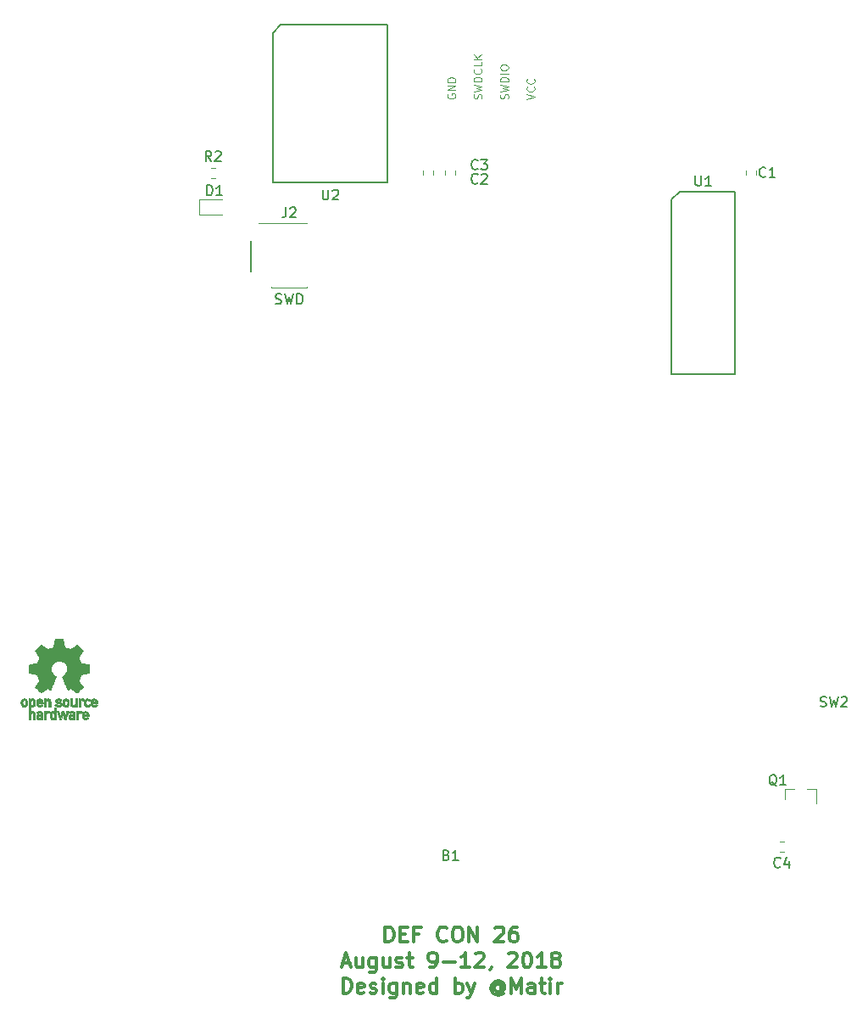
<source format=gto>
G04 #@! TF.GenerationSoftware,KiCad,Pcbnew,5.0.0-rc2-dev-unknown+dfsg1+20180318-3*
G04 #@! TF.CreationDate,2018-05-24T18:13:09-07:00*
G04 #@! TF.ProjectId,DC26Badge,4443323642616467652E6B696361645F,rev?*
G04 #@! TF.SameCoordinates,Original*
G04 #@! TF.FileFunction,Legend,Top*
G04 #@! TF.FilePolarity,Positive*
%FSLAX46Y46*%
G04 Gerber Fmt 4.6, Leading zero omitted, Abs format (unit mm)*
G04 Created by KiCad (PCBNEW 5.0.0-rc2-dev-unknown+dfsg1+20180318-3) date Thu May 24 18:13:09 2018*
%MOMM*%
%LPD*%
G01*
G04 APERTURE LIST*
%ADD10C,0.200000*%
%ADD11C,0.120000*%
%ADD12C,0.300000*%
%ADD13C,0.150000*%
%ADD14C,0.010000*%
%ADD15R,1.700000X1.160000*%
%ADD16R,2.800000X1.140000*%
%ADD17C,2.400000*%
%ADD18C,3.600000*%
%ADD19R,6.750000X5.480000*%
%ADD20C,2.381200*%
%ADD21R,1.400000X1.070000*%
%ADD22R,1.070000X1.400000*%
%ADD23O,1.670000X2.400000*%
%ADD24R,1.200000X2.300000*%
%ADD25C,1.150000*%
%ADD26C,1.450000*%
%ADD27R,2.900000X1.600000*%
%ADD28C,1.300000*%
%ADD29R,2.400000X1.100000*%
G04 APERTURE END LIST*
D10*
X135600000Y-54600000D02*
X135600000Y-57600000D01*
D11*
X155240000Y-39912476D02*
X155201904Y-39988666D01*
X155201904Y-40102952D01*
X155240000Y-40217238D01*
X155316190Y-40293428D01*
X155392380Y-40331523D01*
X155544761Y-40369619D01*
X155659047Y-40369619D01*
X155811428Y-40331523D01*
X155887619Y-40293428D01*
X155963809Y-40217238D01*
X156001904Y-40102952D01*
X156001904Y-40026761D01*
X155963809Y-39912476D01*
X155925714Y-39874380D01*
X155659047Y-39874380D01*
X155659047Y-40026761D01*
X156001904Y-39531523D02*
X155201904Y-39531523D01*
X156001904Y-39074380D01*
X155201904Y-39074380D01*
X156001904Y-38693428D02*
X155201904Y-38693428D01*
X155201904Y-38502952D01*
X155240000Y-38388666D01*
X155316190Y-38312476D01*
X155392380Y-38274380D01*
X155544761Y-38236285D01*
X155659047Y-38236285D01*
X155811428Y-38274380D01*
X155887619Y-38312476D01*
X155963809Y-38388666D01*
X156001904Y-38502952D01*
X156001904Y-38693428D01*
X158603809Y-40369619D02*
X158641904Y-40255333D01*
X158641904Y-40064857D01*
X158603809Y-39988666D01*
X158565714Y-39950571D01*
X158489523Y-39912476D01*
X158413333Y-39912476D01*
X158337142Y-39950571D01*
X158299047Y-39988666D01*
X158260952Y-40064857D01*
X158222857Y-40217238D01*
X158184761Y-40293428D01*
X158146666Y-40331523D01*
X158070476Y-40369619D01*
X157994285Y-40369619D01*
X157918095Y-40331523D01*
X157880000Y-40293428D01*
X157841904Y-40217238D01*
X157841904Y-40026761D01*
X157880000Y-39912476D01*
X157841904Y-39645809D02*
X158641904Y-39455333D01*
X158070476Y-39302952D01*
X158641904Y-39150571D01*
X157841904Y-38960095D01*
X158641904Y-38655333D02*
X157841904Y-38655333D01*
X157841904Y-38464857D01*
X157880000Y-38350571D01*
X157956190Y-38274380D01*
X158032380Y-38236285D01*
X158184761Y-38198190D01*
X158299047Y-38198190D01*
X158451428Y-38236285D01*
X158527619Y-38274380D01*
X158603809Y-38350571D01*
X158641904Y-38464857D01*
X158641904Y-38655333D01*
X158565714Y-37398190D02*
X158603809Y-37436285D01*
X158641904Y-37550571D01*
X158641904Y-37626761D01*
X158603809Y-37741047D01*
X158527619Y-37817238D01*
X158451428Y-37855333D01*
X158299047Y-37893428D01*
X158184761Y-37893428D01*
X158032380Y-37855333D01*
X157956190Y-37817238D01*
X157880000Y-37741047D01*
X157841904Y-37626761D01*
X157841904Y-37550571D01*
X157880000Y-37436285D01*
X157918095Y-37398190D01*
X158641904Y-36674380D02*
X158641904Y-37055333D01*
X157841904Y-37055333D01*
X158641904Y-36407714D02*
X157841904Y-36407714D01*
X158641904Y-35950571D02*
X158184761Y-36293428D01*
X157841904Y-35950571D02*
X158299047Y-36407714D01*
X161243809Y-40369619D02*
X161281904Y-40255333D01*
X161281904Y-40064857D01*
X161243809Y-39988666D01*
X161205714Y-39950571D01*
X161129523Y-39912476D01*
X161053333Y-39912476D01*
X160977142Y-39950571D01*
X160939047Y-39988666D01*
X160900952Y-40064857D01*
X160862857Y-40217238D01*
X160824761Y-40293428D01*
X160786666Y-40331523D01*
X160710476Y-40369619D01*
X160634285Y-40369619D01*
X160558095Y-40331523D01*
X160520000Y-40293428D01*
X160481904Y-40217238D01*
X160481904Y-40026761D01*
X160520000Y-39912476D01*
X160481904Y-39645809D02*
X161281904Y-39455333D01*
X160710476Y-39302952D01*
X161281904Y-39150571D01*
X160481904Y-38960095D01*
X161281904Y-38655333D02*
X160481904Y-38655333D01*
X160481904Y-38464857D01*
X160520000Y-38350571D01*
X160596190Y-38274380D01*
X160672380Y-38236285D01*
X160824761Y-38198190D01*
X160939047Y-38198190D01*
X161091428Y-38236285D01*
X161167619Y-38274380D01*
X161243809Y-38350571D01*
X161281904Y-38464857D01*
X161281904Y-38655333D01*
X161281904Y-37855333D02*
X160481904Y-37855333D01*
X160481904Y-37322000D02*
X160481904Y-37169619D01*
X160520000Y-37093428D01*
X160596190Y-37017238D01*
X160748571Y-36979142D01*
X161015238Y-36979142D01*
X161167619Y-37017238D01*
X161243809Y-37093428D01*
X161281904Y-37169619D01*
X161281904Y-37322000D01*
X161243809Y-37398190D01*
X161167619Y-37474380D01*
X161015238Y-37512476D01*
X160748571Y-37512476D01*
X160596190Y-37474380D01*
X160520000Y-37398190D01*
X160481904Y-37322000D01*
X163121904Y-40445809D02*
X163921904Y-40179142D01*
X163121904Y-39912476D01*
X163845714Y-39188666D02*
X163883809Y-39226761D01*
X163921904Y-39341047D01*
X163921904Y-39417238D01*
X163883809Y-39531523D01*
X163807619Y-39607714D01*
X163731428Y-39645809D01*
X163579047Y-39683904D01*
X163464761Y-39683904D01*
X163312380Y-39645809D01*
X163236190Y-39607714D01*
X163160000Y-39531523D01*
X163121904Y-39417238D01*
X163121904Y-39341047D01*
X163160000Y-39226761D01*
X163198095Y-39188666D01*
X163845714Y-38388666D02*
X163883809Y-38426761D01*
X163921904Y-38541047D01*
X163921904Y-38617238D01*
X163883809Y-38731523D01*
X163807619Y-38807714D01*
X163731428Y-38845809D01*
X163579047Y-38883904D01*
X163464761Y-38883904D01*
X163312380Y-38845809D01*
X163236190Y-38807714D01*
X163160000Y-38731523D01*
X163121904Y-38617238D01*
X163121904Y-38541047D01*
X163160000Y-38426761D01*
X163198095Y-38388666D01*
D12*
X148992857Y-124528571D02*
X148992857Y-123028571D01*
X149350000Y-123028571D01*
X149564285Y-123100000D01*
X149707142Y-123242857D01*
X149778571Y-123385714D01*
X149850000Y-123671428D01*
X149850000Y-123885714D01*
X149778571Y-124171428D01*
X149707142Y-124314285D01*
X149564285Y-124457142D01*
X149350000Y-124528571D01*
X148992857Y-124528571D01*
X150492857Y-123742857D02*
X150992857Y-123742857D01*
X151207142Y-124528571D02*
X150492857Y-124528571D01*
X150492857Y-123028571D01*
X151207142Y-123028571D01*
X152350000Y-123742857D02*
X151850000Y-123742857D01*
X151850000Y-124528571D02*
X151850000Y-123028571D01*
X152564285Y-123028571D01*
X155135714Y-124385714D02*
X155064285Y-124457142D01*
X154850000Y-124528571D01*
X154707142Y-124528571D01*
X154492857Y-124457142D01*
X154350000Y-124314285D01*
X154278571Y-124171428D01*
X154207142Y-123885714D01*
X154207142Y-123671428D01*
X154278571Y-123385714D01*
X154350000Y-123242857D01*
X154492857Y-123100000D01*
X154707142Y-123028571D01*
X154850000Y-123028571D01*
X155064285Y-123100000D01*
X155135714Y-123171428D01*
X156064285Y-123028571D02*
X156350000Y-123028571D01*
X156492857Y-123100000D01*
X156635714Y-123242857D01*
X156707142Y-123528571D01*
X156707142Y-124028571D01*
X156635714Y-124314285D01*
X156492857Y-124457142D01*
X156350000Y-124528571D01*
X156064285Y-124528571D01*
X155921428Y-124457142D01*
X155778571Y-124314285D01*
X155707142Y-124028571D01*
X155707142Y-123528571D01*
X155778571Y-123242857D01*
X155921428Y-123100000D01*
X156064285Y-123028571D01*
X157350000Y-124528571D02*
X157350000Y-123028571D01*
X158207142Y-124528571D01*
X158207142Y-123028571D01*
X159992857Y-123171428D02*
X160064285Y-123100000D01*
X160207142Y-123028571D01*
X160564285Y-123028571D01*
X160707142Y-123100000D01*
X160778571Y-123171428D01*
X160850000Y-123314285D01*
X160850000Y-123457142D01*
X160778571Y-123671428D01*
X159921428Y-124528571D01*
X160850000Y-124528571D01*
X162135714Y-123028571D02*
X161850000Y-123028571D01*
X161707142Y-123100000D01*
X161635714Y-123171428D01*
X161492857Y-123385714D01*
X161421428Y-123671428D01*
X161421428Y-124242857D01*
X161492857Y-124385714D01*
X161564285Y-124457142D01*
X161707142Y-124528571D01*
X161992857Y-124528571D01*
X162135714Y-124457142D01*
X162207142Y-124385714D01*
X162278571Y-124242857D01*
X162278571Y-123885714D01*
X162207142Y-123742857D01*
X162135714Y-123671428D01*
X161992857Y-123600000D01*
X161707142Y-123600000D01*
X161564285Y-123671428D01*
X161492857Y-123742857D01*
X161421428Y-123885714D01*
X144742857Y-126650000D02*
X145457142Y-126650000D01*
X144600000Y-127078571D02*
X145100000Y-125578571D01*
X145600000Y-127078571D01*
X146742857Y-126078571D02*
X146742857Y-127078571D01*
X146100000Y-126078571D02*
X146100000Y-126864285D01*
X146171428Y-127007142D01*
X146314285Y-127078571D01*
X146528571Y-127078571D01*
X146671428Y-127007142D01*
X146742857Y-126935714D01*
X148100000Y-126078571D02*
X148100000Y-127292857D01*
X148028571Y-127435714D01*
X147957142Y-127507142D01*
X147814285Y-127578571D01*
X147600000Y-127578571D01*
X147457142Y-127507142D01*
X148100000Y-127007142D02*
X147957142Y-127078571D01*
X147671428Y-127078571D01*
X147528571Y-127007142D01*
X147457142Y-126935714D01*
X147385714Y-126792857D01*
X147385714Y-126364285D01*
X147457142Y-126221428D01*
X147528571Y-126150000D01*
X147671428Y-126078571D01*
X147957142Y-126078571D01*
X148100000Y-126150000D01*
X149457142Y-126078571D02*
X149457142Y-127078571D01*
X148814285Y-126078571D02*
X148814285Y-126864285D01*
X148885714Y-127007142D01*
X149028571Y-127078571D01*
X149242857Y-127078571D01*
X149385714Y-127007142D01*
X149457142Y-126935714D01*
X150100000Y-127007142D02*
X150242857Y-127078571D01*
X150528571Y-127078571D01*
X150671428Y-127007142D01*
X150742857Y-126864285D01*
X150742857Y-126792857D01*
X150671428Y-126650000D01*
X150528571Y-126578571D01*
X150314285Y-126578571D01*
X150171428Y-126507142D01*
X150100000Y-126364285D01*
X150100000Y-126292857D01*
X150171428Y-126150000D01*
X150314285Y-126078571D01*
X150528571Y-126078571D01*
X150671428Y-126150000D01*
X151171428Y-126078571D02*
X151742857Y-126078571D01*
X151385714Y-125578571D02*
X151385714Y-126864285D01*
X151457142Y-127007142D01*
X151600000Y-127078571D01*
X151742857Y-127078571D01*
X153457142Y-127078571D02*
X153742857Y-127078571D01*
X153885714Y-127007142D01*
X153957142Y-126935714D01*
X154100000Y-126721428D01*
X154171428Y-126435714D01*
X154171428Y-125864285D01*
X154100000Y-125721428D01*
X154028571Y-125650000D01*
X153885714Y-125578571D01*
X153600000Y-125578571D01*
X153457142Y-125650000D01*
X153385714Y-125721428D01*
X153314285Y-125864285D01*
X153314285Y-126221428D01*
X153385714Y-126364285D01*
X153457142Y-126435714D01*
X153600000Y-126507142D01*
X153885714Y-126507142D01*
X154028571Y-126435714D01*
X154100000Y-126364285D01*
X154171428Y-126221428D01*
X154814285Y-126507142D02*
X155957142Y-126507142D01*
X157457142Y-127078571D02*
X156600000Y-127078571D01*
X157028571Y-127078571D02*
X157028571Y-125578571D01*
X156885714Y-125792857D01*
X156742857Y-125935714D01*
X156600000Y-126007142D01*
X158028571Y-125721428D02*
X158100000Y-125650000D01*
X158242857Y-125578571D01*
X158600000Y-125578571D01*
X158742857Y-125650000D01*
X158814285Y-125721428D01*
X158885714Y-125864285D01*
X158885714Y-126007142D01*
X158814285Y-126221428D01*
X157957142Y-127078571D01*
X158885714Y-127078571D01*
X159600000Y-127007142D02*
X159600000Y-127078571D01*
X159528571Y-127221428D01*
X159457142Y-127292857D01*
X161314285Y-125721428D02*
X161385714Y-125650000D01*
X161528571Y-125578571D01*
X161885714Y-125578571D01*
X162028571Y-125650000D01*
X162100000Y-125721428D01*
X162171428Y-125864285D01*
X162171428Y-126007142D01*
X162100000Y-126221428D01*
X161242857Y-127078571D01*
X162171428Y-127078571D01*
X163100000Y-125578571D02*
X163242857Y-125578571D01*
X163385714Y-125650000D01*
X163457142Y-125721428D01*
X163528571Y-125864285D01*
X163600000Y-126150000D01*
X163600000Y-126507142D01*
X163528571Y-126792857D01*
X163457142Y-126935714D01*
X163385714Y-127007142D01*
X163242857Y-127078571D01*
X163100000Y-127078571D01*
X162957142Y-127007142D01*
X162885714Y-126935714D01*
X162814285Y-126792857D01*
X162742857Y-126507142D01*
X162742857Y-126150000D01*
X162814285Y-125864285D01*
X162885714Y-125721428D01*
X162957142Y-125650000D01*
X163100000Y-125578571D01*
X165028571Y-127078571D02*
X164171428Y-127078571D01*
X164600000Y-127078571D02*
X164600000Y-125578571D01*
X164457142Y-125792857D01*
X164314285Y-125935714D01*
X164171428Y-126007142D01*
X165885714Y-126221428D02*
X165742857Y-126150000D01*
X165671428Y-126078571D01*
X165600000Y-125935714D01*
X165600000Y-125864285D01*
X165671428Y-125721428D01*
X165742857Y-125650000D01*
X165885714Y-125578571D01*
X166171428Y-125578571D01*
X166314285Y-125650000D01*
X166385714Y-125721428D01*
X166457142Y-125864285D01*
X166457142Y-125935714D01*
X166385714Y-126078571D01*
X166314285Y-126150000D01*
X166171428Y-126221428D01*
X165885714Y-126221428D01*
X165742857Y-126292857D01*
X165671428Y-126364285D01*
X165600000Y-126507142D01*
X165600000Y-126792857D01*
X165671428Y-126935714D01*
X165742857Y-127007142D01*
X165885714Y-127078571D01*
X166171428Y-127078571D01*
X166314285Y-127007142D01*
X166385714Y-126935714D01*
X166457142Y-126792857D01*
X166457142Y-126507142D01*
X166385714Y-126364285D01*
X166314285Y-126292857D01*
X166171428Y-126221428D01*
X144778571Y-129628571D02*
X144778571Y-128128571D01*
X145135714Y-128128571D01*
X145350000Y-128200000D01*
X145492857Y-128342857D01*
X145564285Y-128485714D01*
X145635714Y-128771428D01*
X145635714Y-128985714D01*
X145564285Y-129271428D01*
X145492857Y-129414285D01*
X145350000Y-129557142D01*
X145135714Y-129628571D01*
X144778571Y-129628571D01*
X146850000Y-129557142D02*
X146707142Y-129628571D01*
X146421428Y-129628571D01*
X146278571Y-129557142D01*
X146207142Y-129414285D01*
X146207142Y-128842857D01*
X146278571Y-128700000D01*
X146421428Y-128628571D01*
X146707142Y-128628571D01*
X146850000Y-128700000D01*
X146921428Y-128842857D01*
X146921428Y-128985714D01*
X146207142Y-129128571D01*
X147492857Y-129557142D02*
X147635714Y-129628571D01*
X147921428Y-129628571D01*
X148064285Y-129557142D01*
X148135714Y-129414285D01*
X148135714Y-129342857D01*
X148064285Y-129200000D01*
X147921428Y-129128571D01*
X147707142Y-129128571D01*
X147564285Y-129057142D01*
X147492857Y-128914285D01*
X147492857Y-128842857D01*
X147564285Y-128700000D01*
X147707142Y-128628571D01*
X147921428Y-128628571D01*
X148064285Y-128700000D01*
X148778571Y-129628571D02*
X148778571Y-128628571D01*
X148778571Y-128128571D02*
X148707142Y-128200000D01*
X148778571Y-128271428D01*
X148850000Y-128200000D01*
X148778571Y-128128571D01*
X148778571Y-128271428D01*
X150135714Y-128628571D02*
X150135714Y-129842857D01*
X150064285Y-129985714D01*
X149992857Y-130057142D01*
X149850000Y-130128571D01*
X149635714Y-130128571D01*
X149492857Y-130057142D01*
X150135714Y-129557142D02*
X149992857Y-129628571D01*
X149707142Y-129628571D01*
X149564285Y-129557142D01*
X149492857Y-129485714D01*
X149421428Y-129342857D01*
X149421428Y-128914285D01*
X149492857Y-128771428D01*
X149564285Y-128700000D01*
X149707142Y-128628571D01*
X149992857Y-128628571D01*
X150135714Y-128700000D01*
X150850000Y-128628571D02*
X150850000Y-129628571D01*
X150850000Y-128771428D02*
X150921428Y-128700000D01*
X151064285Y-128628571D01*
X151278571Y-128628571D01*
X151421428Y-128700000D01*
X151492857Y-128842857D01*
X151492857Y-129628571D01*
X152778571Y-129557142D02*
X152635714Y-129628571D01*
X152350000Y-129628571D01*
X152207142Y-129557142D01*
X152135714Y-129414285D01*
X152135714Y-128842857D01*
X152207142Y-128700000D01*
X152350000Y-128628571D01*
X152635714Y-128628571D01*
X152778571Y-128700000D01*
X152850000Y-128842857D01*
X152850000Y-128985714D01*
X152135714Y-129128571D01*
X154135714Y-129628571D02*
X154135714Y-128128571D01*
X154135714Y-129557142D02*
X153992857Y-129628571D01*
X153707142Y-129628571D01*
X153564285Y-129557142D01*
X153492857Y-129485714D01*
X153421428Y-129342857D01*
X153421428Y-128914285D01*
X153492857Y-128771428D01*
X153564285Y-128700000D01*
X153707142Y-128628571D01*
X153992857Y-128628571D01*
X154135714Y-128700000D01*
X155992857Y-129628571D02*
X155992857Y-128128571D01*
X155992857Y-128700000D02*
X156135714Y-128628571D01*
X156421428Y-128628571D01*
X156564285Y-128700000D01*
X156635714Y-128771428D01*
X156707142Y-128914285D01*
X156707142Y-129342857D01*
X156635714Y-129485714D01*
X156564285Y-129557142D01*
X156421428Y-129628571D01*
X156135714Y-129628571D01*
X155992857Y-129557142D01*
X157207142Y-128628571D02*
X157564285Y-129628571D01*
X157921428Y-128628571D02*
X157564285Y-129628571D01*
X157421428Y-129985714D01*
X157350000Y-130057142D01*
X157207142Y-130128571D01*
X160564285Y-128914285D02*
X160492857Y-128842857D01*
X160350000Y-128771428D01*
X160207142Y-128771428D01*
X160064285Y-128842857D01*
X159992857Y-128914285D01*
X159921428Y-129057142D01*
X159921428Y-129200000D01*
X159992857Y-129342857D01*
X160064285Y-129414285D01*
X160207142Y-129485714D01*
X160350000Y-129485714D01*
X160492857Y-129414285D01*
X160564285Y-129342857D01*
X160564285Y-128771428D02*
X160564285Y-129342857D01*
X160635714Y-129414285D01*
X160707142Y-129414285D01*
X160850000Y-129342857D01*
X160921428Y-129200000D01*
X160921428Y-128842857D01*
X160778571Y-128628571D01*
X160564285Y-128485714D01*
X160278571Y-128414285D01*
X159992857Y-128485714D01*
X159778571Y-128628571D01*
X159635714Y-128842857D01*
X159564285Y-129128571D01*
X159635714Y-129414285D01*
X159778571Y-129628571D01*
X159992857Y-129771428D01*
X160278571Y-129842857D01*
X160564285Y-129771428D01*
X160778571Y-129628571D01*
X161564285Y-129628571D02*
X161564285Y-128128571D01*
X162064285Y-129200000D01*
X162564285Y-128128571D01*
X162564285Y-129628571D01*
X163921428Y-129628571D02*
X163921428Y-128842857D01*
X163850000Y-128700000D01*
X163707142Y-128628571D01*
X163421428Y-128628571D01*
X163278571Y-128700000D01*
X163921428Y-129557142D02*
X163778571Y-129628571D01*
X163421428Y-129628571D01*
X163278571Y-129557142D01*
X163207142Y-129414285D01*
X163207142Y-129271428D01*
X163278571Y-129128571D01*
X163421428Y-129057142D01*
X163778571Y-129057142D01*
X163921428Y-128985714D01*
X164421428Y-128628571D02*
X164992857Y-128628571D01*
X164635714Y-128128571D02*
X164635714Y-129414285D01*
X164707142Y-129557142D01*
X164850000Y-129628571D01*
X164992857Y-129628571D01*
X165492857Y-129628571D02*
X165492857Y-128628571D01*
X165492857Y-128128571D02*
X165421428Y-128200000D01*
X165492857Y-128271428D01*
X165564285Y-128200000D01*
X165492857Y-128128571D01*
X165492857Y-128271428D01*
X166207142Y-129628571D02*
X166207142Y-128628571D01*
X166207142Y-128914285D02*
X166278571Y-128771428D01*
X166350000Y-128700000D01*
X166492857Y-128628571D01*
X166635714Y-128628571D01*
D13*
X177600000Y-67885000D02*
X177600000Y-50415000D01*
X183900000Y-67885000D02*
X177600000Y-67885000D01*
X183900000Y-49615000D02*
X183900000Y-67885000D01*
X178400000Y-49615000D02*
X183900000Y-49615000D01*
X177600000Y-50415000D02*
X178400000Y-49615000D01*
D11*
X137635000Y-52765000D02*
X141165000Y-52765000D01*
X137635000Y-59235000D02*
X141165000Y-59235000D01*
X136310000Y-52830000D02*
X137635000Y-52830000D01*
X137635000Y-52765000D02*
X137635000Y-52830000D01*
X141165000Y-52765000D02*
X141165000Y-52830000D01*
X137635000Y-59170000D02*
X137635000Y-59235000D01*
X141165000Y-59170000D02*
X141165000Y-59235000D01*
X184990000Y-47530000D02*
X184990000Y-47970000D01*
X186010000Y-47530000D02*
X186010000Y-47970000D01*
X154990000Y-47970000D02*
X154990000Y-47530000D01*
X156010000Y-47970000D02*
X156010000Y-47530000D01*
X153760000Y-47970000D02*
X153760000Y-47530000D01*
X152740000Y-47970000D02*
X152740000Y-47530000D01*
X188845000Y-115510000D02*
X188405000Y-115510000D01*
X188845000Y-114490000D02*
X188405000Y-114490000D01*
X132725000Y-50440000D02*
X130455000Y-50440000D01*
X130455000Y-50440000D02*
X130455000Y-51960000D01*
X130455000Y-51960000D02*
X132725000Y-51960000D01*
X192080000Y-109240000D02*
X191150000Y-109240000D01*
X188920000Y-109240000D02*
X189850000Y-109240000D01*
X188920000Y-109240000D02*
X188920000Y-112400000D01*
X192080000Y-109240000D02*
X192080000Y-110700000D01*
X131580000Y-47290000D02*
X132020000Y-47290000D01*
X131580000Y-48310000D02*
X132020000Y-48310000D01*
D13*
X137750000Y-33800000D02*
X138550000Y-33000000D01*
X138550000Y-33000000D02*
X149250000Y-33000000D01*
X149250000Y-39300000D02*
X149250000Y-48700000D01*
X149250000Y-48700000D02*
X137750000Y-48700000D01*
X137750000Y-48700000D02*
X137750000Y-40100000D01*
X149250000Y-39300000D02*
X149250000Y-33000000D01*
X137750000Y-40100000D02*
X137750000Y-33800000D01*
D14*
G36*
X116900964Y-94698576D02*
X116976513Y-95099322D01*
X117534041Y-95329154D01*
X117868465Y-95101748D01*
X117962122Y-95038431D01*
X118046782Y-94981896D01*
X118118495Y-94934727D01*
X118173311Y-94899502D01*
X118207280Y-94878805D01*
X118216530Y-94874342D01*
X118233195Y-94885820D01*
X118268806Y-94917551D01*
X118319371Y-94965483D01*
X118380900Y-95025562D01*
X118449399Y-95093733D01*
X118520879Y-95165945D01*
X118591347Y-95238142D01*
X118656811Y-95306273D01*
X118713280Y-95366283D01*
X118756763Y-95414119D01*
X118783268Y-95445727D01*
X118789605Y-95456305D01*
X118780486Y-95475806D01*
X118754920Y-95518531D01*
X118715597Y-95580298D01*
X118665203Y-95656931D01*
X118606427Y-95744248D01*
X118572368Y-95794052D01*
X118510289Y-95884993D01*
X118455126Y-95967059D01*
X118409554Y-96036163D01*
X118376250Y-96088222D01*
X118357890Y-96119150D01*
X118355131Y-96125650D01*
X118361385Y-96144121D01*
X118378434Y-96187172D01*
X118403703Y-96248749D01*
X118434622Y-96322799D01*
X118468618Y-96403270D01*
X118503118Y-96484107D01*
X118535551Y-96559258D01*
X118563343Y-96622671D01*
X118583923Y-96668293D01*
X118594719Y-96690069D01*
X118595356Y-96690926D01*
X118612307Y-96695084D01*
X118657451Y-96704361D01*
X118726110Y-96717844D01*
X118813602Y-96734621D01*
X118915250Y-96753781D01*
X118974556Y-96764830D01*
X119083172Y-96785510D01*
X119181277Y-96805189D01*
X119263909Y-96822789D01*
X119326104Y-96837233D01*
X119362899Y-96847446D01*
X119370296Y-96850686D01*
X119377540Y-96872617D01*
X119383385Y-96922147D01*
X119387835Y-96993485D01*
X119390893Y-97080839D01*
X119392565Y-97178417D01*
X119392853Y-97280426D01*
X119391761Y-97381075D01*
X119389294Y-97474572D01*
X119385456Y-97555125D01*
X119380250Y-97616942D01*
X119373681Y-97654230D01*
X119369741Y-97661993D01*
X119346188Y-97671298D01*
X119296282Y-97684600D01*
X119226623Y-97700337D01*
X119143813Y-97716946D01*
X119114905Y-97722319D01*
X118975531Y-97747848D01*
X118865436Y-97768408D01*
X118780982Y-97784815D01*
X118718530Y-97797887D01*
X118674444Y-97808441D01*
X118645085Y-97817294D01*
X118626815Y-97825263D01*
X118615998Y-97833165D01*
X118614485Y-97834727D01*
X118599377Y-97859886D01*
X118576329Y-97908850D01*
X118547644Y-97975621D01*
X118515622Y-98054205D01*
X118482565Y-98138607D01*
X118450773Y-98222830D01*
X118422549Y-98300879D01*
X118400193Y-98366759D01*
X118386007Y-98414473D01*
X118382293Y-98438027D01*
X118382602Y-98438852D01*
X118395189Y-98458104D01*
X118423744Y-98500463D01*
X118465267Y-98561521D01*
X118516756Y-98636868D01*
X118575211Y-98722096D01*
X118591858Y-98746315D01*
X118651215Y-98834123D01*
X118703447Y-98914238D01*
X118745708Y-98982062D01*
X118775153Y-99032993D01*
X118788937Y-99062431D01*
X118789605Y-99066048D01*
X118778024Y-99085057D01*
X118746024Y-99122714D01*
X118697718Y-99174973D01*
X118637220Y-99237786D01*
X118568644Y-99307106D01*
X118496104Y-99378885D01*
X118423712Y-99449077D01*
X118355584Y-99513635D01*
X118295832Y-99568510D01*
X118248571Y-99609656D01*
X118217913Y-99633026D01*
X118209432Y-99636842D01*
X118189691Y-99627855D01*
X118149274Y-99603616D01*
X118094763Y-99568209D01*
X118052823Y-99539711D01*
X117976829Y-99487418D01*
X117886834Y-99425845D01*
X117796564Y-99364370D01*
X117748032Y-99331469D01*
X117583762Y-99220359D01*
X117445869Y-99294916D01*
X117383049Y-99327578D01*
X117329629Y-99352966D01*
X117293484Y-99367446D01*
X117284284Y-99369460D01*
X117273221Y-99354584D01*
X117251394Y-99312547D01*
X117220434Y-99247227D01*
X117181970Y-99162500D01*
X117137632Y-99062245D01*
X117089047Y-98950339D01*
X117037846Y-98830659D01*
X116985659Y-98707084D01*
X116934113Y-98583491D01*
X116884840Y-98463757D01*
X116839467Y-98351759D01*
X116799625Y-98251377D01*
X116766942Y-98166486D01*
X116743049Y-98100965D01*
X116729574Y-98058690D01*
X116727406Y-98044172D01*
X116744583Y-98025653D01*
X116782190Y-97995590D01*
X116832366Y-97960232D01*
X116836578Y-97957434D01*
X116966264Y-97853625D01*
X117070834Y-97732515D01*
X117149381Y-97597976D01*
X117200999Y-97453882D01*
X117224782Y-97304105D01*
X117219823Y-97152517D01*
X117185217Y-97002992D01*
X117120057Y-96859400D01*
X117100886Y-96827984D01*
X117001174Y-96701125D01*
X116883377Y-96599255D01*
X116751571Y-96522904D01*
X116609833Y-96472602D01*
X116462242Y-96448879D01*
X116312873Y-96452265D01*
X116165803Y-96483288D01*
X116025111Y-96542480D01*
X115894873Y-96630369D01*
X115854586Y-96666042D01*
X115752055Y-96777706D01*
X115677341Y-96895257D01*
X115626090Y-97027020D01*
X115597546Y-97157507D01*
X115590500Y-97304216D01*
X115613996Y-97451653D01*
X115665649Y-97594834D01*
X115743071Y-97728777D01*
X115843875Y-97848498D01*
X115965676Y-97949014D01*
X115981684Y-97959609D01*
X116032398Y-97994306D01*
X116070950Y-98024370D01*
X116089381Y-98043565D01*
X116089649Y-98044172D01*
X116085692Y-98064936D01*
X116070007Y-98112062D01*
X116044222Y-98181673D01*
X116009969Y-98269893D01*
X115968877Y-98372844D01*
X115922576Y-98486650D01*
X115872696Y-98607435D01*
X115820867Y-98731321D01*
X115768719Y-98854432D01*
X115717882Y-98972891D01*
X115669987Y-99082823D01*
X115626662Y-99180349D01*
X115589538Y-99261593D01*
X115560244Y-99322679D01*
X115540412Y-99359730D01*
X115532426Y-99369460D01*
X115508021Y-99361883D01*
X115462358Y-99341560D01*
X115403310Y-99312125D01*
X115370840Y-99294916D01*
X115232947Y-99220359D01*
X115068677Y-99331469D01*
X114984821Y-99388390D01*
X114893013Y-99451030D01*
X114806980Y-99510011D01*
X114763887Y-99539711D01*
X114703277Y-99580410D01*
X114651955Y-99612663D01*
X114616615Y-99632384D01*
X114605137Y-99636554D01*
X114588430Y-99625307D01*
X114551454Y-99593911D01*
X114497795Y-99545624D01*
X114431038Y-99483708D01*
X114354766Y-99411421D01*
X114306527Y-99365008D01*
X114222133Y-99282087D01*
X114149197Y-99207920D01*
X114090669Y-99145680D01*
X114049497Y-99098541D01*
X114028628Y-99069673D01*
X114026626Y-99063815D01*
X114035917Y-99041532D01*
X114061591Y-98996477D01*
X114100800Y-98933211D01*
X114150697Y-98856295D01*
X114208433Y-98770292D01*
X114224851Y-98746315D01*
X114284677Y-98659170D01*
X114338350Y-98580710D01*
X114382870Y-98515345D01*
X114415235Y-98467484D01*
X114432445Y-98441535D01*
X114434107Y-98438852D01*
X114431621Y-98418172D01*
X114418423Y-98372704D01*
X114396814Y-98308444D01*
X114369096Y-98231387D01*
X114337570Y-98147529D01*
X114304537Y-98062866D01*
X114272299Y-97983392D01*
X114243157Y-97915104D01*
X114219412Y-97863997D01*
X114203365Y-97836067D01*
X114202225Y-97834727D01*
X114192412Y-97826745D01*
X114175839Y-97818851D01*
X114148868Y-97810229D01*
X114107861Y-97800062D01*
X114049180Y-97787531D01*
X113969187Y-97771821D01*
X113864245Y-97752113D01*
X113730715Y-97727592D01*
X113701804Y-97722319D01*
X113616118Y-97705764D01*
X113541418Y-97689569D01*
X113484306Y-97675296D01*
X113451383Y-97664508D01*
X113446969Y-97661993D01*
X113439694Y-97639696D01*
X113433781Y-97589869D01*
X113429234Y-97518304D01*
X113426055Y-97430793D01*
X113424251Y-97333128D01*
X113423823Y-97231101D01*
X113424777Y-97130503D01*
X113427116Y-97037127D01*
X113430844Y-96956765D01*
X113435966Y-96895209D01*
X113442484Y-96858250D01*
X113446414Y-96850686D01*
X113468292Y-96843056D01*
X113518109Y-96830642D01*
X113590903Y-96814522D01*
X113681711Y-96795773D01*
X113785569Y-96775471D01*
X113842154Y-96764830D01*
X113949514Y-96744760D01*
X114045254Y-96726580D01*
X114124694Y-96711199D01*
X114183154Y-96699531D01*
X114215955Y-96692488D01*
X114221354Y-96690926D01*
X114230478Y-96673322D01*
X114249765Y-96630918D01*
X114276645Y-96569772D01*
X114308546Y-96495943D01*
X114342898Y-96415489D01*
X114377129Y-96334468D01*
X114408669Y-96258937D01*
X114434946Y-96194955D01*
X114453389Y-96148580D01*
X114461429Y-96125869D01*
X114461578Y-96124876D01*
X114452465Y-96106961D01*
X114426914Y-96065733D01*
X114387612Y-96005291D01*
X114337243Y-95929731D01*
X114278494Y-95843152D01*
X114244342Y-95793421D01*
X114182110Y-95702236D01*
X114126836Y-95619449D01*
X114081218Y-95549249D01*
X114047952Y-95495824D01*
X114029736Y-95463361D01*
X114027105Y-95456083D01*
X114038414Y-95439145D01*
X114069681Y-95402978D01*
X114116910Y-95351635D01*
X114176108Y-95289167D01*
X114243281Y-95219626D01*
X114314434Y-95147065D01*
X114385574Y-95075535D01*
X114452707Y-95009087D01*
X114511839Y-94951774D01*
X114558975Y-94907647D01*
X114590123Y-94880759D01*
X114600543Y-94874342D01*
X114617509Y-94883365D01*
X114658089Y-94908715D01*
X114718337Y-94947810D01*
X114794307Y-94998071D01*
X114882054Y-95056917D01*
X114948244Y-95101748D01*
X115282668Y-95329154D01*
X115561433Y-95214238D01*
X115840197Y-95099322D01*
X115915746Y-94698576D01*
X115991294Y-94297829D01*
X116825415Y-94297829D01*
X116900964Y-94698576D01*
X116900964Y-94698576D01*
G37*
X116900964Y-94698576D02*
X116976513Y-95099322D01*
X117534041Y-95329154D01*
X117868465Y-95101748D01*
X117962122Y-95038431D01*
X118046782Y-94981896D01*
X118118495Y-94934727D01*
X118173311Y-94899502D01*
X118207280Y-94878805D01*
X118216530Y-94874342D01*
X118233195Y-94885820D01*
X118268806Y-94917551D01*
X118319371Y-94965483D01*
X118380900Y-95025562D01*
X118449399Y-95093733D01*
X118520879Y-95165945D01*
X118591347Y-95238142D01*
X118656811Y-95306273D01*
X118713280Y-95366283D01*
X118756763Y-95414119D01*
X118783268Y-95445727D01*
X118789605Y-95456305D01*
X118780486Y-95475806D01*
X118754920Y-95518531D01*
X118715597Y-95580298D01*
X118665203Y-95656931D01*
X118606427Y-95744248D01*
X118572368Y-95794052D01*
X118510289Y-95884993D01*
X118455126Y-95967059D01*
X118409554Y-96036163D01*
X118376250Y-96088222D01*
X118357890Y-96119150D01*
X118355131Y-96125650D01*
X118361385Y-96144121D01*
X118378434Y-96187172D01*
X118403703Y-96248749D01*
X118434622Y-96322799D01*
X118468618Y-96403270D01*
X118503118Y-96484107D01*
X118535551Y-96559258D01*
X118563343Y-96622671D01*
X118583923Y-96668293D01*
X118594719Y-96690069D01*
X118595356Y-96690926D01*
X118612307Y-96695084D01*
X118657451Y-96704361D01*
X118726110Y-96717844D01*
X118813602Y-96734621D01*
X118915250Y-96753781D01*
X118974556Y-96764830D01*
X119083172Y-96785510D01*
X119181277Y-96805189D01*
X119263909Y-96822789D01*
X119326104Y-96837233D01*
X119362899Y-96847446D01*
X119370296Y-96850686D01*
X119377540Y-96872617D01*
X119383385Y-96922147D01*
X119387835Y-96993485D01*
X119390893Y-97080839D01*
X119392565Y-97178417D01*
X119392853Y-97280426D01*
X119391761Y-97381075D01*
X119389294Y-97474572D01*
X119385456Y-97555125D01*
X119380250Y-97616942D01*
X119373681Y-97654230D01*
X119369741Y-97661993D01*
X119346188Y-97671298D01*
X119296282Y-97684600D01*
X119226623Y-97700337D01*
X119143813Y-97716946D01*
X119114905Y-97722319D01*
X118975531Y-97747848D01*
X118865436Y-97768408D01*
X118780982Y-97784815D01*
X118718530Y-97797887D01*
X118674444Y-97808441D01*
X118645085Y-97817294D01*
X118626815Y-97825263D01*
X118615998Y-97833165D01*
X118614485Y-97834727D01*
X118599377Y-97859886D01*
X118576329Y-97908850D01*
X118547644Y-97975621D01*
X118515622Y-98054205D01*
X118482565Y-98138607D01*
X118450773Y-98222830D01*
X118422549Y-98300879D01*
X118400193Y-98366759D01*
X118386007Y-98414473D01*
X118382293Y-98438027D01*
X118382602Y-98438852D01*
X118395189Y-98458104D01*
X118423744Y-98500463D01*
X118465267Y-98561521D01*
X118516756Y-98636868D01*
X118575211Y-98722096D01*
X118591858Y-98746315D01*
X118651215Y-98834123D01*
X118703447Y-98914238D01*
X118745708Y-98982062D01*
X118775153Y-99032993D01*
X118788937Y-99062431D01*
X118789605Y-99066048D01*
X118778024Y-99085057D01*
X118746024Y-99122714D01*
X118697718Y-99174973D01*
X118637220Y-99237786D01*
X118568644Y-99307106D01*
X118496104Y-99378885D01*
X118423712Y-99449077D01*
X118355584Y-99513635D01*
X118295832Y-99568510D01*
X118248571Y-99609656D01*
X118217913Y-99633026D01*
X118209432Y-99636842D01*
X118189691Y-99627855D01*
X118149274Y-99603616D01*
X118094763Y-99568209D01*
X118052823Y-99539711D01*
X117976829Y-99487418D01*
X117886834Y-99425845D01*
X117796564Y-99364370D01*
X117748032Y-99331469D01*
X117583762Y-99220359D01*
X117445869Y-99294916D01*
X117383049Y-99327578D01*
X117329629Y-99352966D01*
X117293484Y-99367446D01*
X117284284Y-99369460D01*
X117273221Y-99354584D01*
X117251394Y-99312547D01*
X117220434Y-99247227D01*
X117181970Y-99162500D01*
X117137632Y-99062245D01*
X117089047Y-98950339D01*
X117037846Y-98830659D01*
X116985659Y-98707084D01*
X116934113Y-98583491D01*
X116884840Y-98463757D01*
X116839467Y-98351759D01*
X116799625Y-98251377D01*
X116766942Y-98166486D01*
X116743049Y-98100965D01*
X116729574Y-98058690D01*
X116727406Y-98044172D01*
X116744583Y-98025653D01*
X116782190Y-97995590D01*
X116832366Y-97960232D01*
X116836578Y-97957434D01*
X116966264Y-97853625D01*
X117070834Y-97732515D01*
X117149381Y-97597976D01*
X117200999Y-97453882D01*
X117224782Y-97304105D01*
X117219823Y-97152517D01*
X117185217Y-97002992D01*
X117120057Y-96859400D01*
X117100886Y-96827984D01*
X117001174Y-96701125D01*
X116883377Y-96599255D01*
X116751571Y-96522904D01*
X116609833Y-96472602D01*
X116462242Y-96448879D01*
X116312873Y-96452265D01*
X116165803Y-96483288D01*
X116025111Y-96542480D01*
X115894873Y-96630369D01*
X115854586Y-96666042D01*
X115752055Y-96777706D01*
X115677341Y-96895257D01*
X115626090Y-97027020D01*
X115597546Y-97157507D01*
X115590500Y-97304216D01*
X115613996Y-97451653D01*
X115665649Y-97594834D01*
X115743071Y-97728777D01*
X115843875Y-97848498D01*
X115965676Y-97949014D01*
X115981684Y-97959609D01*
X116032398Y-97994306D01*
X116070950Y-98024370D01*
X116089381Y-98043565D01*
X116089649Y-98044172D01*
X116085692Y-98064936D01*
X116070007Y-98112062D01*
X116044222Y-98181673D01*
X116009969Y-98269893D01*
X115968877Y-98372844D01*
X115922576Y-98486650D01*
X115872696Y-98607435D01*
X115820867Y-98731321D01*
X115768719Y-98854432D01*
X115717882Y-98972891D01*
X115669987Y-99082823D01*
X115626662Y-99180349D01*
X115589538Y-99261593D01*
X115560244Y-99322679D01*
X115540412Y-99359730D01*
X115532426Y-99369460D01*
X115508021Y-99361883D01*
X115462358Y-99341560D01*
X115403310Y-99312125D01*
X115370840Y-99294916D01*
X115232947Y-99220359D01*
X115068677Y-99331469D01*
X114984821Y-99388390D01*
X114893013Y-99451030D01*
X114806980Y-99510011D01*
X114763887Y-99539711D01*
X114703277Y-99580410D01*
X114651955Y-99612663D01*
X114616615Y-99632384D01*
X114605137Y-99636554D01*
X114588430Y-99625307D01*
X114551454Y-99593911D01*
X114497795Y-99545624D01*
X114431038Y-99483708D01*
X114354766Y-99411421D01*
X114306527Y-99365008D01*
X114222133Y-99282087D01*
X114149197Y-99207920D01*
X114090669Y-99145680D01*
X114049497Y-99098541D01*
X114028628Y-99069673D01*
X114026626Y-99063815D01*
X114035917Y-99041532D01*
X114061591Y-98996477D01*
X114100800Y-98933211D01*
X114150697Y-98856295D01*
X114208433Y-98770292D01*
X114224851Y-98746315D01*
X114284677Y-98659170D01*
X114338350Y-98580710D01*
X114382870Y-98515345D01*
X114415235Y-98467484D01*
X114432445Y-98441535D01*
X114434107Y-98438852D01*
X114431621Y-98418172D01*
X114418423Y-98372704D01*
X114396814Y-98308444D01*
X114369096Y-98231387D01*
X114337570Y-98147529D01*
X114304537Y-98062866D01*
X114272299Y-97983392D01*
X114243157Y-97915104D01*
X114219412Y-97863997D01*
X114203365Y-97836067D01*
X114202225Y-97834727D01*
X114192412Y-97826745D01*
X114175839Y-97818851D01*
X114148868Y-97810229D01*
X114107861Y-97800062D01*
X114049180Y-97787531D01*
X113969187Y-97771821D01*
X113864245Y-97752113D01*
X113730715Y-97727592D01*
X113701804Y-97722319D01*
X113616118Y-97705764D01*
X113541418Y-97689569D01*
X113484306Y-97675296D01*
X113451383Y-97664508D01*
X113446969Y-97661993D01*
X113439694Y-97639696D01*
X113433781Y-97589869D01*
X113429234Y-97518304D01*
X113426055Y-97430793D01*
X113424251Y-97333128D01*
X113423823Y-97231101D01*
X113424777Y-97130503D01*
X113427116Y-97037127D01*
X113430844Y-96956765D01*
X113435966Y-96895209D01*
X113442484Y-96858250D01*
X113446414Y-96850686D01*
X113468292Y-96843056D01*
X113518109Y-96830642D01*
X113590903Y-96814522D01*
X113681711Y-96795773D01*
X113785569Y-96775471D01*
X113842154Y-96764830D01*
X113949514Y-96744760D01*
X114045254Y-96726580D01*
X114124694Y-96711199D01*
X114183154Y-96699531D01*
X114215955Y-96692488D01*
X114221354Y-96690926D01*
X114230478Y-96673322D01*
X114249765Y-96630918D01*
X114276645Y-96569772D01*
X114308546Y-96495943D01*
X114342898Y-96415489D01*
X114377129Y-96334468D01*
X114408669Y-96258937D01*
X114434946Y-96194955D01*
X114453389Y-96148580D01*
X114461429Y-96125869D01*
X114461578Y-96124876D01*
X114452465Y-96106961D01*
X114426914Y-96065733D01*
X114387612Y-96005291D01*
X114337243Y-95929731D01*
X114278494Y-95843152D01*
X114244342Y-95793421D01*
X114182110Y-95702236D01*
X114126836Y-95619449D01*
X114081218Y-95549249D01*
X114047952Y-95495824D01*
X114029736Y-95463361D01*
X114027105Y-95456083D01*
X114038414Y-95439145D01*
X114069681Y-95402978D01*
X114116910Y-95351635D01*
X114176108Y-95289167D01*
X114243281Y-95219626D01*
X114314434Y-95147065D01*
X114385574Y-95075535D01*
X114452707Y-95009087D01*
X114511839Y-94951774D01*
X114558975Y-94907647D01*
X114590123Y-94880759D01*
X114600543Y-94874342D01*
X114617509Y-94883365D01*
X114658089Y-94908715D01*
X114718337Y-94947810D01*
X114794307Y-94998071D01*
X114882054Y-95056917D01*
X114948244Y-95101748D01*
X115282668Y-95329154D01*
X115561433Y-95214238D01*
X115840197Y-95099322D01*
X115915746Y-94698576D01*
X115991294Y-94297829D01*
X116825415Y-94297829D01*
X116900964Y-94698576D01*
G36*
X118791388Y-100237645D02*
X118848865Y-100255206D01*
X118885872Y-100277395D01*
X118897927Y-100294942D01*
X118894609Y-100315742D01*
X118873079Y-100348419D01*
X118854874Y-100371562D01*
X118817344Y-100413402D01*
X118789148Y-100431005D01*
X118765111Y-100429856D01*
X118693808Y-100411710D01*
X118641442Y-100412534D01*
X118598918Y-100433098D01*
X118584642Y-100445134D01*
X118538947Y-100487483D01*
X118538947Y-101040526D01*
X118355131Y-101040526D01*
X118355131Y-100238421D01*
X118447039Y-100238421D01*
X118502219Y-100240603D01*
X118530688Y-100248351D01*
X118538943Y-100263468D01*
X118538947Y-100263916D01*
X118542845Y-100279749D01*
X118560474Y-100277684D01*
X118584901Y-100266261D01*
X118635350Y-100245005D01*
X118676316Y-100232216D01*
X118729028Y-100228938D01*
X118791388Y-100237645D01*
X118791388Y-100237645D01*
G37*
X118791388Y-100237645D02*
X118848865Y-100255206D01*
X118885872Y-100277395D01*
X118897927Y-100294942D01*
X118894609Y-100315742D01*
X118873079Y-100348419D01*
X118854874Y-100371562D01*
X118817344Y-100413402D01*
X118789148Y-100431005D01*
X118765111Y-100429856D01*
X118693808Y-100411710D01*
X118641442Y-100412534D01*
X118598918Y-100433098D01*
X118584642Y-100445134D01*
X118538947Y-100487483D01*
X118538947Y-101040526D01*
X118355131Y-101040526D01*
X118355131Y-100238421D01*
X118447039Y-100238421D01*
X118502219Y-100240603D01*
X118530688Y-100248351D01*
X118538943Y-100263468D01*
X118538947Y-100263916D01*
X118542845Y-100279749D01*
X118560474Y-100277684D01*
X118584901Y-100266261D01*
X118635350Y-100245005D01*
X118676316Y-100232216D01*
X118729028Y-100228938D01*
X118791388Y-100237645D01*
G36*
X115397957Y-100252226D02*
X115439546Y-100272090D01*
X115479825Y-100300784D01*
X115510510Y-100333809D01*
X115532861Y-100375931D01*
X115548136Y-100431915D01*
X115557592Y-100506528D01*
X115562487Y-100604535D01*
X115564081Y-100730702D01*
X115564106Y-100743914D01*
X115564473Y-101040526D01*
X115380657Y-101040526D01*
X115380657Y-100767081D01*
X115380527Y-100665777D01*
X115379621Y-100592353D01*
X115377173Y-100541271D01*
X115372414Y-100506990D01*
X115364574Y-100483971D01*
X115352885Y-100466673D01*
X115336602Y-100449581D01*
X115279634Y-100412857D01*
X115217445Y-100406042D01*
X115158199Y-100429261D01*
X115137595Y-100446543D01*
X115122470Y-100462791D01*
X115111610Y-100480191D01*
X115104310Y-100504212D01*
X115099863Y-100540322D01*
X115097564Y-100593988D01*
X115096704Y-100670680D01*
X115096578Y-100764043D01*
X115096578Y-101040526D01*
X114912763Y-101040526D01*
X114912763Y-100238421D01*
X115004671Y-100238421D01*
X115059851Y-100240603D01*
X115088320Y-100248351D01*
X115096575Y-100263468D01*
X115096578Y-100263916D01*
X115100408Y-100278720D01*
X115117301Y-100277040D01*
X115150888Y-100260773D01*
X115227063Y-100236840D01*
X115314200Y-100234178D01*
X115397957Y-100252226D01*
X115397957Y-100252226D01*
G37*
X115397957Y-100252226D02*
X115439546Y-100272090D01*
X115479825Y-100300784D01*
X115510510Y-100333809D01*
X115532861Y-100375931D01*
X115548136Y-100431915D01*
X115557592Y-100506528D01*
X115562487Y-100604535D01*
X115564081Y-100730702D01*
X115564106Y-100743914D01*
X115564473Y-101040526D01*
X115380657Y-101040526D01*
X115380657Y-100767081D01*
X115380527Y-100665777D01*
X115379621Y-100592353D01*
X115377173Y-100541271D01*
X115372414Y-100506990D01*
X115364574Y-100483971D01*
X115352885Y-100466673D01*
X115336602Y-100449581D01*
X115279634Y-100412857D01*
X115217445Y-100406042D01*
X115158199Y-100429261D01*
X115137595Y-100446543D01*
X115122470Y-100462791D01*
X115111610Y-100480191D01*
X115104310Y-100504212D01*
X115099863Y-100540322D01*
X115097564Y-100593988D01*
X115096704Y-100670680D01*
X115096578Y-100764043D01*
X115096578Y-101040526D01*
X114912763Y-101040526D01*
X114912763Y-100238421D01*
X115004671Y-100238421D01*
X115059851Y-100240603D01*
X115088320Y-100248351D01*
X115096575Y-100263468D01*
X115096578Y-100263916D01*
X115100408Y-100278720D01*
X115117301Y-100277040D01*
X115150888Y-100260773D01*
X115227063Y-100236840D01*
X115314200Y-100234178D01*
X115397957Y-100252226D01*
G36*
X119958784Y-100235554D02*
X120001574Y-100245949D01*
X120083609Y-100284013D01*
X120153757Y-100342149D01*
X120202305Y-100411852D01*
X120208975Y-100427502D01*
X120218124Y-100468496D01*
X120224529Y-100529138D01*
X120226710Y-100590430D01*
X120226710Y-100706316D01*
X119984407Y-100706316D01*
X119884471Y-100706693D01*
X119814069Y-100708987D01*
X119769313Y-100714938D01*
X119746315Y-100726285D01*
X119741189Y-100744771D01*
X119750048Y-100772136D01*
X119765917Y-100804155D01*
X119810184Y-100857592D01*
X119871699Y-100884215D01*
X119946885Y-100883347D01*
X120032053Y-100854371D01*
X120105659Y-100818611D01*
X120166734Y-100866904D01*
X120227810Y-100915197D01*
X120170351Y-100968285D01*
X120093641Y-101018445D01*
X119999302Y-101048688D01*
X119897827Y-101057151D01*
X119799711Y-101041974D01*
X119783881Y-101036824D01*
X119697647Y-100991791D01*
X119633501Y-100924652D01*
X119590091Y-100833405D01*
X119566064Y-100716044D01*
X119565784Y-100713529D01*
X119563633Y-100585627D01*
X119572329Y-100539997D01*
X119742105Y-100539997D01*
X119757697Y-100547013D01*
X119800029Y-100552388D01*
X119862434Y-100555457D01*
X119901981Y-100555921D01*
X119975728Y-100555630D01*
X120021840Y-100553783D01*
X120046100Y-100548912D01*
X120054294Y-100539555D01*
X120052206Y-100524245D01*
X120050455Y-100518322D01*
X120020560Y-100462668D01*
X119973542Y-100417815D01*
X119932049Y-100398105D01*
X119876926Y-100399295D01*
X119821068Y-100423875D01*
X119774212Y-100464570D01*
X119746094Y-100514108D01*
X119742105Y-100539997D01*
X119572329Y-100539997D01*
X119585074Y-100473133D01*
X119627611Y-100378727D01*
X119688747Y-100305088D01*
X119765985Y-100254893D01*
X119856830Y-100230822D01*
X119958784Y-100235554D01*
X119958784Y-100235554D01*
G37*
X119958784Y-100235554D02*
X120001574Y-100245949D01*
X120083609Y-100284013D01*
X120153757Y-100342149D01*
X120202305Y-100411852D01*
X120208975Y-100427502D01*
X120218124Y-100468496D01*
X120224529Y-100529138D01*
X120226710Y-100590430D01*
X120226710Y-100706316D01*
X119984407Y-100706316D01*
X119884471Y-100706693D01*
X119814069Y-100708987D01*
X119769313Y-100714938D01*
X119746315Y-100726285D01*
X119741189Y-100744771D01*
X119750048Y-100772136D01*
X119765917Y-100804155D01*
X119810184Y-100857592D01*
X119871699Y-100884215D01*
X119946885Y-100883347D01*
X120032053Y-100854371D01*
X120105659Y-100818611D01*
X120166734Y-100866904D01*
X120227810Y-100915197D01*
X120170351Y-100968285D01*
X120093641Y-101018445D01*
X119999302Y-101048688D01*
X119897827Y-101057151D01*
X119799711Y-101041974D01*
X119783881Y-101036824D01*
X119697647Y-100991791D01*
X119633501Y-100924652D01*
X119590091Y-100833405D01*
X119566064Y-100716044D01*
X119565784Y-100713529D01*
X119563633Y-100585627D01*
X119572329Y-100539997D01*
X119742105Y-100539997D01*
X119757697Y-100547013D01*
X119800029Y-100552388D01*
X119862434Y-100555457D01*
X119901981Y-100555921D01*
X119975728Y-100555630D01*
X120021840Y-100553783D01*
X120046100Y-100548912D01*
X120054294Y-100539555D01*
X120052206Y-100524245D01*
X120050455Y-100518322D01*
X120020560Y-100462668D01*
X119973542Y-100417815D01*
X119932049Y-100398105D01*
X119876926Y-100399295D01*
X119821068Y-100423875D01*
X119774212Y-100464570D01*
X119746094Y-100514108D01*
X119742105Y-100539997D01*
X119572329Y-100539997D01*
X119585074Y-100473133D01*
X119627611Y-100378727D01*
X119688747Y-100305088D01*
X119765985Y-100254893D01*
X119856830Y-100230822D01*
X119958784Y-100235554D01*
G36*
X119346576Y-100245419D02*
X119443395Y-100286549D01*
X119473890Y-100306571D01*
X119512865Y-100337340D01*
X119537331Y-100361533D01*
X119541578Y-100369413D01*
X119529584Y-100386899D01*
X119498887Y-100416570D01*
X119474312Y-100437279D01*
X119407046Y-100491336D01*
X119353930Y-100446642D01*
X119312884Y-100417789D01*
X119272863Y-100407829D01*
X119227059Y-100410261D01*
X119154324Y-100428345D01*
X119104256Y-100465881D01*
X119073829Y-100526562D01*
X119060017Y-100614081D01*
X119060013Y-100614136D01*
X119061208Y-100711958D01*
X119079772Y-100783730D01*
X119116804Y-100832595D01*
X119142050Y-100849143D01*
X119209097Y-100869749D01*
X119280709Y-100869762D01*
X119343015Y-100849768D01*
X119357763Y-100840000D01*
X119394750Y-100815047D01*
X119423668Y-100810958D01*
X119454856Y-100829530D01*
X119489336Y-100862887D01*
X119543912Y-100919196D01*
X119483318Y-100969142D01*
X119389698Y-101025513D01*
X119284125Y-101053293D01*
X119173798Y-101051282D01*
X119101343Y-101032862D01*
X119016656Y-100987310D01*
X118948927Y-100915650D01*
X118918157Y-100865066D01*
X118893236Y-100792488D01*
X118880766Y-100700569D01*
X118880670Y-100600948D01*
X118892870Y-100505267D01*
X118917290Y-100425169D01*
X118921136Y-100416956D01*
X118978093Y-100336413D01*
X119055209Y-100277771D01*
X119146390Y-100242247D01*
X119245543Y-100231057D01*
X119346576Y-100245419D01*
X119346576Y-100245419D01*
G37*
X119346576Y-100245419D02*
X119443395Y-100286549D01*
X119473890Y-100306571D01*
X119512865Y-100337340D01*
X119537331Y-100361533D01*
X119541578Y-100369413D01*
X119529584Y-100386899D01*
X119498887Y-100416570D01*
X119474312Y-100437279D01*
X119407046Y-100491336D01*
X119353930Y-100446642D01*
X119312884Y-100417789D01*
X119272863Y-100407829D01*
X119227059Y-100410261D01*
X119154324Y-100428345D01*
X119104256Y-100465881D01*
X119073829Y-100526562D01*
X119060017Y-100614081D01*
X119060013Y-100614136D01*
X119061208Y-100711958D01*
X119079772Y-100783730D01*
X119116804Y-100832595D01*
X119142050Y-100849143D01*
X119209097Y-100869749D01*
X119280709Y-100869762D01*
X119343015Y-100849768D01*
X119357763Y-100840000D01*
X119394750Y-100815047D01*
X119423668Y-100810958D01*
X119454856Y-100829530D01*
X119489336Y-100862887D01*
X119543912Y-100919196D01*
X119483318Y-100969142D01*
X119389698Y-101025513D01*
X119284125Y-101053293D01*
X119173798Y-101051282D01*
X119101343Y-101032862D01*
X119016656Y-100987310D01*
X118948927Y-100915650D01*
X118918157Y-100865066D01*
X118893236Y-100792488D01*
X118880766Y-100700569D01*
X118880670Y-100600948D01*
X118892870Y-100505267D01*
X118917290Y-100425169D01*
X118921136Y-100416956D01*
X118978093Y-100336413D01*
X119055209Y-100277771D01*
X119146390Y-100242247D01*
X119245543Y-100231057D01*
X119346576Y-100245419D01*
G36*
X117720131Y-100498533D02*
X117721710Y-100621089D01*
X117727481Y-100714179D01*
X117738991Y-100781651D01*
X117757790Y-100827355D01*
X117785426Y-100855139D01*
X117823448Y-100868854D01*
X117870526Y-100872358D01*
X117919832Y-100868432D01*
X117957283Y-100854089D01*
X117984428Y-100825478D01*
X118002815Y-100778751D01*
X118013993Y-100710058D01*
X118019511Y-100615550D01*
X118020921Y-100498533D01*
X118020921Y-100238421D01*
X118204736Y-100238421D01*
X118204736Y-101040526D01*
X118112828Y-101040526D01*
X118057422Y-101038281D01*
X118028891Y-101030396D01*
X118020921Y-101015428D01*
X118016120Y-101002097D01*
X117997014Y-101004917D01*
X117958504Y-101023783D01*
X117870239Y-101052887D01*
X117776623Y-101050825D01*
X117686921Y-101019221D01*
X117644204Y-100994257D01*
X117611621Y-100967226D01*
X117587817Y-100933405D01*
X117571439Y-100888068D01*
X117561131Y-100826489D01*
X117555541Y-100743943D01*
X117553312Y-100635705D01*
X117553026Y-100552004D01*
X117553026Y-100238421D01*
X117720131Y-100238421D01*
X117720131Y-100498533D01*
X117720131Y-100498533D01*
G37*
X117720131Y-100498533D02*
X117721710Y-100621089D01*
X117727481Y-100714179D01*
X117738991Y-100781651D01*
X117757790Y-100827355D01*
X117785426Y-100855139D01*
X117823448Y-100868854D01*
X117870526Y-100872358D01*
X117919832Y-100868432D01*
X117957283Y-100854089D01*
X117984428Y-100825478D01*
X118002815Y-100778751D01*
X118013993Y-100710058D01*
X118019511Y-100615550D01*
X118020921Y-100498533D01*
X118020921Y-100238421D01*
X118204736Y-100238421D01*
X118204736Y-101040526D01*
X118112828Y-101040526D01*
X118057422Y-101038281D01*
X118028891Y-101030396D01*
X118020921Y-101015428D01*
X118016120Y-101002097D01*
X117997014Y-101004917D01*
X117958504Y-101023783D01*
X117870239Y-101052887D01*
X117776623Y-101050825D01*
X117686921Y-101019221D01*
X117644204Y-100994257D01*
X117611621Y-100967226D01*
X117587817Y-100933405D01*
X117571439Y-100888068D01*
X117561131Y-100826489D01*
X117555541Y-100743943D01*
X117553312Y-100635705D01*
X117553026Y-100552004D01*
X117553026Y-100238421D01*
X117720131Y-100238421D01*
X117720131Y-100498533D01*
G36*
X117211669Y-100248310D02*
X117296192Y-100294340D01*
X117362321Y-100367006D01*
X117393478Y-100426106D01*
X117406855Y-100478305D01*
X117415522Y-100552719D01*
X117419237Y-100638442D01*
X117417754Y-100724569D01*
X117410831Y-100800193D01*
X117402745Y-100840584D01*
X117375465Y-100895840D01*
X117328220Y-100954530D01*
X117271282Y-101005852D01*
X117214924Y-101039005D01*
X117213550Y-101039531D01*
X117143616Y-101054018D01*
X117060737Y-101054377D01*
X116981977Y-101041188D01*
X116951566Y-101030617D01*
X116873239Y-100986201D01*
X116817143Y-100928007D01*
X116780286Y-100850965D01*
X116759680Y-100750001D01*
X116755018Y-100697116D01*
X116755613Y-100630663D01*
X116934736Y-100630663D01*
X116940770Y-100727630D01*
X116958138Y-100801523D01*
X116985740Y-100848736D01*
X117005404Y-100862237D01*
X117055787Y-100871651D01*
X117115673Y-100868864D01*
X117167449Y-100855316D01*
X117181027Y-100847862D01*
X117216849Y-100804451D01*
X117240493Y-100738014D01*
X117250558Y-100657161D01*
X117245642Y-100570502D01*
X117234655Y-100518349D01*
X117203109Y-100457951D01*
X117153311Y-100420197D01*
X117093337Y-100407143D01*
X117031264Y-100420849D01*
X116983582Y-100454372D01*
X116958525Y-100482031D01*
X116943900Y-100509294D01*
X116936929Y-100546190D01*
X116934833Y-100602750D01*
X116934736Y-100630663D01*
X116755613Y-100630663D01*
X116756282Y-100555994D01*
X116779265Y-100440271D01*
X116823972Y-100349941D01*
X116890405Y-100285000D01*
X116978565Y-100245445D01*
X116997495Y-100240858D01*
X117111266Y-100230090D01*
X117211669Y-100248310D01*
X117211669Y-100248310D01*
G37*
X117211669Y-100248310D02*
X117296192Y-100294340D01*
X117362321Y-100367006D01*
X117393478Y-100426106D01*
X117406855Y-100478305D01*
X117415522Y-100552719D01*
X117419237Y-100638442D01*
X117417754Y-100724569D01*
X117410831Y-100800193D01*
X117402745Y-100840584D01*
X117375465Y-100895840D01*
X117328220Y-100954530D01*
X117271282Y-101005852D01*
X117214924Y-101039005D01*
X117213550Y-101039531D01*
X117143616Y-101054018D01*
X117060737Y-101054377D01*
X116981977Y-101041188D01*
X116951566Y-101030617D01*
X116873239Y-100986201D01*
X116817143Y-100928007D01*
X116780286Y-100850965D01*
X116759680Y-100750001D01*
X116755018Y-100697116D01*
X116755613Y-100630663D01*
X116934736Y-100630663D01*
X116940770Y-100727630D01*
X116958138Y-100801523D01*
X116985740Y-100848736D01*
X117005404Y-100862237D01*
X117055787Y-100871651D01*
X117115673Y-100868864D01*
X117167449Y-100855316D01*
X117181027Y-100847862D01*
X117216849Y-100804451D01*
X117240493Y-100738014D01*
X117250558Y-100657161D01*
X117245642Y-100570502D01*
X117234655Y-100518349D01*
X117203109Y-100457951D01*
X117153311Y-100420197D01*
X117093337Y-100407143D01*
X117031264Y-100420849D01*
X116983582Y-100454372D01*
X116958525Y-100482031D01*
X116943900Y-100509294D01*
X116936929Y-100546190D01*
X116934833Y-100602750D01*
X116934736Y-100630663D01*
X116755613Y-100630663D01*
X116756282Y-100555994D01*
X116779265Y-100440271D01*
X116823972Y-100349941D01*
X116890405Y-100285000D01*
X116978565Y-100245445D01*
X116997495Y-100240858D01*
X117111266Y-100230090D01*
X117211669Y-100248310D01*
G36*
X116418628Y-100235547D02*
X116481908Y-100247548D01*
X116547557Y-100272648D01*
X116554572Y-100275848D01*
X116604356Y-100302026D01*
X116638834Y-100326353D01*
X116649978Y-100341937D01*
X116639366Y-100367353D01*
X116613588Y-100404853D01*
X116602146Y-100418852D01*
X116554992Y-100473954D01*
X116494201Y-100438086D01*
X116436347Y-100414192D01*
X116369500Y-100401420D01*
X116305394Y-100400613D01*
X116255764Y-100412615D01*
X116243854Y-100420105D01*
X116221172Y-100454450D01*
X116218416Y-100494013D01*
X116235388Y-100524920D01*
X116245427Y-100530913D01*
X116275510Y-100538357D01*
X116328389Y-100547106D01*
X116393575Y-100555467D01*
X116405600Y-100556778D01*
X116510297Y-100574888D01*
X116586232Y-100605651D01*
X116636592Y-100651907D01*
X116664564Y-100716497D01*
X116673278Y-100795387D01*
X116661240Y-100885065D01*
X116622151Y-100955486D01*
X116555855Y-101006777D01*
X116462194Y-101039067D01*
X116358223Y-101051807D01*
X116273438Y-101051654D01*
X116204665Y-101040083D01*
X116157697Y-101024109D01*
X116098350Y-100996275D01*
X116043506Y-100963973D01*
X116024013Y-100949755D01*
X115973881Y-100908835D01*
X116094803Y-100786477D01*
X116163543Y-100831967D01*
X116232488Y-100866133D01*
X116306111Y-100884004D01*
X116376883Y-100885889D01*
X116437274Y-100872101D01*
X116479757Y-100842949D01*
X116493474Y-100818352D01*
X116491417Y-100778904D01*
X116457330Y-100748737D01*
X116391308Y-100727906D01*
X116318974Y-100718279D01*
X116207652Y-100699910D01*
X116124952Y-100665254D01*
X116069765Y-100613297D01*
X116040988Y-100543023D01*
X116037001Y-100459707D01*
X116056693Y-100372681D01*
X116101589Y-100306902D01*
X116172091Y-100262068D01*
X116268601Y-100237879D01*
X116340100Y-100233137D01*
X116418628Y-100235547D01*
X116418628Y-100235547D01*
G37*
X116418628Y-100235547D02*
X116481908Y-100247548D01*
X116547557Y-100272648D01*
X116554572Y-100275848D01*
X116604356Y-100302026D01*
X116638834Y-100326353D01*
X116649978Y-100341937D01*
X116639366Y-100367353D01*
X116613588Y-100404853D01*
X116602146Y-100418852D01*
X116554992Y-100473954D01*
X116494201Y-100438086D01*
X116436347Y-100414192D01*
X116369500Y-100401420D01*
X116305394Y-100400613D01*
X116255764Y-100412615D01*
X116243854Y-100420105D01*
X116221172Y-100454450D01*
X116218416Y-100494013D01*
X116235388Y-100524920D01*
X116245427Y-100530913D01*
X116275510Y-100538357D01*
X116328389Y-100547106D01*
X116393575Y-100555467D01*
X116405600Y-100556778D01*
X116510297Y-100574888D01*
X116586232Y-100605651D01*
X116636592Y-100651907D01*
X116664564Y-100716497D01*
X116673278Y-100795387D01*
X116661240Y-100885065D01*
X116622151Y-100955486D01*
X116555855Y-101006777D01*
X116462194Y-101039067D01*
X116358223Y-101051807D01*
X116273438Y-101051654D01*
X116204665Y-101040083D01*
X116157697Y-101024109D01*
X116098350Y-100996275D01*
X116043506Y-100963973D01*
X116024013Y-100949755D01*
X115973881Y-100908835D01*
X116094803Y-100786477D01*
X116163543Y-100831967D01*
X116232488Y-100866133D01*
X116306111Y-100884004D01*
X116376883Y-100885889D01*
X116437274Y-100872101D01*
X116479757Y-100842949D01*
X116493474Y-100818352D01*
X116491417Y-100778904D01*
X116457330Y-100748737D01*
X116391308Y-100727906D01*
X116318974Y-100718279D01*
X116207652Y-100699910D01*
X116124952Y-100665254D01*
X116069765Y-100613297D01*
X116040988Y-100543023D01*
X116037001Y-100459707D01*
X116056693Y-100372681D01*
X116101589Y-100306902D01*
X116172091Y-100262068D01*
X116268601Y-100237879D01*
X116340100Y-100233137D01*
X116418628Y-100235547D01*
G36*
X114597018Y-100257027D02*
X114613670Y-100264866D01*
X114671305Y-100307086D01*
X114725805Y-100368700D01*
X114766499Y-100436543D01*
X114778074Y-100467734D01*
X114788634Y-100523449D01*
X114794931Y-100590781D01*
X114795696Y-100618585D01*
X114795789Y-100706316D01*
X114290850Y-100706316D01*
X114301613Y-100752270D01*
X114328033Y-100806620D01*
X114374222Y-100853591D01*
X114429172Y-100883848D01*
X114464189Y-100890131D01*
X114511677Y-100882506D01*
X114568335Y-100863383D01*
X114587582Y-100854584D01*
X114658759Y-100819036D01*
X114719502Y-100865367D01*
X114754552Y-100896703D01*
X114773202Y-100922567D01*
X114774147Y-100930158D01*
X114757485Y-100948556D01*
X114720970Y-100976515D01*
X114687828Y-100998327D01*
X114598393Y-101037537D01*
X114498129Y-101055285D01*
X114398754Y-101050670D01*
X114319539Y-101026551D01*
X114237880Y-100974884D01*
X114179849Y-100906856D01*
X114143546Y-100818843D01*
X114127072Y-100707216D01*
X114125611Y-100656138D01*
X114131457Y-100539091D01*
X114132175Y-100535686D01*
X114299489Y-100535686D01*
X114304097Y-100546662D01*
X114323036Y-100552715D01*
X114362098Y-100555310D01*
X114427077Y-100555910D01*
X114452097Y-100555921D01*
X114528221Y-100555014D01*
X114576496Y-100551720D01*
X114602460Y-100545181D01*
X114611648Y-100534537D01*
X114611973Y-100531119D01*
X114601487Y-100503956D01*
X114575242Y-100465903D01*
X114563959Y-100452579D01*
X114522072Y-100414896D01*
X114478409Y-100400080D01*
X114454885Y-100398842D01*
X114391243Y-100414329D01*
X114337873Y-100455930D01*
X114304019Y-100516353D01*
X114303419Y-100518322D01*
X114299489Y-100535686D01*
X114132175Y-100535686D01*
X114150899Y-100446928D01*
X114185922Y-100373190D01*
X114228756Y-100320848D01*
X114307948Y-100264092D01*
X114401040Y-100233762D01*
X114500055Y-100231021D01*
X114597018Y-100257027D01*
X114597018Y-100257027D01*
G37*
X114597018Y-100257027D02*
X114613670Y-100264866D01*
X114671305Y-100307086D01*
X114725805Y-100368700D01*
X114766499Y-100436543D01*
X114778074Y-100467734D01*
X114788634Y-100523449D01*
X114794931Y-100590781D01*
X114795696Y-100618585D01*
X114795789Y-100706316D01*
X114290850Y-100706316D01*
X114301613Y-100752270D01*
X114328033Y-100806620D01*
X114374222Y-100853591D01*
X114429172Y-100883848D01*
X114464189Y-100890131D01*
X114511677Y-100882506D01*
X114568335Y-100863383D01*
X114587582Y-100854584D01*
X114658759Y-100819036D01*
X114719502Y-100865367D01*
X114754552Y-100896703D01*
X114773202Y-100922567D01*
X114774147Y-100930158D01*
X114757485Y-100948556D01*
X114720970Y-100976515D01*
X114687828Y-100998327D01*
X114598393Y-101037537D01*
X114498129Y-101055285D01*
X114398754Y-101050670D01*
X114319539Y-101026551D01*
X114237880Y-100974884D01*
X114179849Y-100906856D01*
X114143546Y-100818843D01*
X114127072Y-100707216D01*
X114125611Y-100656138D01*
X114131457Y-100539091D01*
X114132175Y-100535686D01*
X114299489Y-100535686D01*
X114304097Y-100546662D01*
X114323036Y-100552715D01*
X114362098Y-100555310D01*
X114427077Y-100555910D01*
X114452097Y-100555921D01*
X114528221Y-100555014D01*
X114576496Y-100551720D01*
X114602460Y-100545181D01*
X114611648Y-100534537D01*
X114611973Y-100531119D01*
X114601487Y-100503956D01*
X114575242Y-100465903D01*
X114563959Y-100452579D01*
X114522072Y-100414896D01*
X114478409Y-100400080D01*
X114454885Y-100398842D01*
X114391243Y-100414329D01*
X114337873Y-100455930D01*
X114304019Y-100516353D01*
X114303419Y-100518322D01*
X114299489Y-100535686D01*
X114132175Y-100535686D01*
X114150899Y-100446928D01*
X114185922Y-100373190D01*
X114228756Y-100320848D01*
X114307948Y-100264092D01*
X114401040Y-100233762D01*
X114500055Y-100231021D01*
X114597018Y-100257027D01*
G36*
X113026784Y-100247104D02*
X113114205Y-100285754D01*
X113180570Y-100350290D01*
X113225976Y-100440812D01*
X113250518Y-100557418D01*
X113252277Y-100575624D01*
X113253656Y-100703984D01*
X113235784Y-100816496D01*
X113199750Y-100907688D01*
X113180455Y-100937022D01*
X113113245Y-100999106D01*
X113027650Y-101039316D01*
X112931890Y-101056003D01*
X112834187Y-101047517D01*
X112759917Y-101021380D01*
X112696047Y-100977335D01*
X112643846Y-100919587D01*
X112642943Y-100918236D01*
X112621744Y-100882593D01*
X112607967Y-100846752D01*
X112599624Y-100801519D01*
X112594727Y-100737701D01*
X112592569Y-100685368D01*
X112591671Y-100637910D01*
X112758743Y-100637910D01*
X112760376Y-100685154D01*
X112766304Y-100748046D01*
X112776761Y-100788407D01*
X112795619Y-100817122D01*
X112813281Y-100833896D01*
X112875894Y-100869016D01*
X112941408Y-100873710D01*
X113002421Y-100848440D01*
X113032928Y-100820124D01*
X113054911Y-100791589D01*
X113067769Y-100764284D01*
X113073412Y-100728750D01*
X113073751Y-100675524D01*
X113072012Y-100626506D01*
X113068271Y-100556482D01*
X113062341Y-100511064D01*
X113051653Y-100481440D01*
X113033639Y-100458797D01*
X113019363Y-100445855D01*
X112959651Y-100411860D01*
X112895234Y-100410165D01*
X112841219Y-100430301D01*
X112795140Y-100472352D01*
X112767689Y-100541428D01*
X112758743Y-100637910D01*
X112591671Y-100637910D01*
X112590599Y-100581299D01*
X112593964Y-100503468D01*
X112604045Y-100444930D01*
X112622226Y-100398737D01*
X112649890Y-100357942D01*
X112660146Y-100345828D01*
X112724278Y-100285474D01*
X112793066Y-100250220D01*
X112877189Y-100235450D01*
X112918209Y-100234243D01*
X113026784Y-100247104D01*
X113026784Y-100247104D01*
G37*
X113026784Y-100247104D02*
X113114205Y-100285754D01*
X113180570Y-100350290D01*
X113225976Y-100440812D01*
X113250518Y-100557418D01*
X113252277Y-100575624D01*
X113253656Y-100703984D01*
X113235784Y-100816496D01*
X113199750Y-100907688D01*
X113180455Y-100937022D01*
X113113245Y-100999106D01*
X113027650Y-101039316D01*
X112931890Y-101056003D01*
X112834187Y-101047517D01*
X112759917Y-101021380D01*
X112696047Y-100977335D01*
X112643846Y-100919587D01*
X112642943Y-100918236D01*
X112621744Y-100882593D01*
X112607967Y-100846752D01*
X112599624Y-100801519D01*
X112594727Y-100737701D01*
X112592569Y-100685368D01*
X112591671Y-100637910D01*
X112758743Y-100637910D01*
X112760376Y-100685154D01*
X112766304Y-100748046D01*
X112776761Y-100788407D01*
X112795619Y-100817122D01*
X112813281Y-100833896D01*
X112875894Y-100869016D01*
X112941408Y-100873710D01*
X113002421Y-100848440D01*
X113032928Y-100820124D01*
X113054911Y-100791589D01*
X113067769Y-100764284D01*
X113073412Y-100728750D01*
X113073751Y-100675524D01*
X113072012Y-100626506D01*
X113068271Y-100556482D01*
X113062341Y-100511064D01*
X113051653Y-100481440D01*
X113033639Y-100458797D01*
X113019363Y-100445855D01*
X112959651Y-100411860D01*
X112895234Y-100410165D01*
X112841219Y-100430301D01*
X112795140Y-100472352D01*
X112767689Y-100541428D01*
X112758743Y-100637910D01*
X112591671Y-100637910D01*
X112590599Y-100581299D01*
X112593964Y-100503468D01*
X112604045Y-100444930D01*
X112622226Y-100398737D01*
X112649890Y-100357942D01*
X112660146Y-100345828D01*
X112724278Y-100285474D01*
X112793066Y-100250220D01*
X112877189Y-100235450D01*
X112918209Y-100234243D01*
X113026784Y-100247104D01*
G36*
X119101193Y-101496078D02*
X119181068Y-101516845D01*
X119247962Y-101559705D01*
X119280351Y-101591723D01*
X119333445Y-101667413D01*
X119363873Y-101755216D01*
X119374327Y-101863150D01*
X119374380Y-101871875D01*
X119374473Y-101959605D01*
X118869534Y-101959605D01*
X118880298Y-102005559D01*
X118899732Y-102047178D01*
X118933745Y-102090544D01*
X118940860Y-102097467D01*
X119002003Y-102134935D01*
X119071729Y-102141289D01*
X119151987Y-102116638D01*
X119165592Y-102110000D01*
X119207319Y-102089819D01*
X119235268Y-102078321D01*
X119240145Y-102077258D01*
X119257168Y-102087583D01*
X119289633Y-102112845D01*
X119306114Y-102126650D01*
X119340264Y-102158361D01*
X119351478Y-102179299D01*
X119343695Y-102198560D01*
X119339535Y-102203827D01*
X119311357Y-102226878D01*
X119264862Y-102254892D01*
X119232434Y-102271246D01*
X119140385Y-102300059D01*
X119038476Y-102309395D01*
X118941963Y-102298332D01*
X118914934Y-102290412D01*
X118831276Y-102245581D01*
X118769266Y-102176598D01*
X118728545Y-102082794D01*
X118708755Y-101963498D01*
X118706582Y-101901118D01*
X118712926Y-101810298D01*
X118873157Y-101810298D01*
X118888655Y-101817012D01*
X118930312Y-101822280D01*
X118990876Y-101825389D01*
X119031907Y-101825921D01*
X119105711Y-101825408D01*
X119152293Y-101823006D01*
X119177848Y-101817422D01*
X119188569Y-101807361D01*
X119190657Y-101792763D01*
X119176331Y-101747796D01*
X119140262Y-101703353D01*
X119092815Y-101669242D01*
X119045349Y-101655288D01*
X118980879Y-101667666D01*
X118925070Y-101703452D01*
X118886374Y-101755033D01*
X118873157Y-101810298D01*
X118712926Y-101810298D01*
X118715821Y-101768866D01*
X118744336Y-101663498D01*
X118792729Y-101584178D01*
X118861604Y-101530071D01*
X118951565Y-101500343D01*
X119000300Y-101494618D01*
X119101193Y-101496078D01*
X119101193Y-101496078D01*
G37*
X119101193Y-101496078D02*
X119181068Y-101516845D01*
X119247962Y-101559705D01*
X119280351Y-101591723D01*
X119333445Y-101667413D01*
X119363873Y-101755216D01*
X119374327Y-101863150D01*
X119374380Y-101871875D01*
X119374473Y-101959605D01*
X118869534Y-101959605D01*
X118880298Y-102005559D01*
X118899732Y-102047178D01*
X118933745Y-102090544D01*
X118940860Y-102097467D01*
X119002003Y-102134935D01*
X119071729Y-102141289D01*
X119151987Y-102116638D01*
X119165592Y-102110000D01*
X119207319Y-102089819D01*
X119235268Y-102078321D01*
X119240145Y-102077258D01*
X119257168Y-102087583D01*
X119289633Y-102112845D01*
X119306114Y-102126650D01*
X119340264Y-102158361D01*
X119351478Y-102179299D01*
X119343695Y-102198560D01*
X119339535Y-102203827D01*
X119311357Y-102226878D01*
X119264862Y-102254892D01*
X119232434Y-102271246D01*
X119140385Y-102300059D01*
X119038476Y-102309395D01*
X118941963Y-102298332D01*
X118914934Y-102290412D01*
X118831276Y-102245581D01*
X118769266Y-102176598D01*
X118728545Y-102082794D01*
X118708755Y-101963498D01*
X118706582Y-101901118D01*
X118712926Y-101810298D01*
X118873157Y-101810298D01*
X118888655Y-101817012D01*
X118930312Y-101822280D01*
X118990876Y-101825389D01*
X119031907Y-101825921D01*
X119105711Y-101825408D01*
X119152293Y-101823006D01*
X119177848Y-101817422D01*
X119188569Y-101807361D01*
X119190657Y-101792763D01*
X119176331Y-101747796D01*
X119140262Y-101703353D01*
X119092815Y-101669242D01*
X119045349Y-101655288D01*
X118980879Y-101667666D01*
X118925070Y-101703452D01*
X118886374Y-101755033D01*
X118873157Y-101810298D01*
X118712926Y-101810298D01*
X118715821Y-101768866D01*
X118744336Y-101663498D01*
X118792729Y-101584178D01*
X118861604Y-101530071D01*
X118951565Y-101500343D01*
X119000300Y-101494618D01*
X119101193Y-101496078D01*
G36*
X118573167Y-101491447D02*
X118637408Y-101504112D01*
X118673980Y-101522864D01*
X118712453Y-101554017D01*
X118657717Y-101623127D01*
X118623969Y-101664979D01*
X118601053Y-101685398D01*
X118578279Y-101688517D01*
X118544956Y-101678472D01*
X118529314Y-101672789D01*
X118465542Y-101664404D01*
X118407140Y-101682378D01*
X118364264Y-101722982D01*
X118357299Y-101735929D01*
X118349713Y-101770224D01*
X118343859Y-101833427D01*
X118340011Y-101921060D01*
X118338443Y-102028640D01*
X118338421Y-102043944D01*
X118338421Y-102310526D01*
X118154605Y-102310526D01*
X118154605Y-101491710D01*
X118246513Y-101491710D01*
X118299507Y-101493094D01*
X118327115Y-101499252D01*
X118337324Y-101513194D01*
X118338421Y-101526344D01*
X118338421Y-101560978D01*
X118382450Y-101526344D01*
X118432937Y-101502716D01*
X118500760Y-101491033D01*
X118573167Y-101491447D01*
X118573167Y-101491447D01*
G37*
X118573167Y-101491447D02*
X118637408Y-101504112D01*
X118673980Y-101522864D01*
X118712453Y-101554017D01*
X118657717Y-101623127D01*
X118623969Y-101664979D01*
X118601053Y-101685398D01*
X118578279Y-101688517D01*
X118544956Y-101678472D01*
X118529314Y-101672789D01*
X118465542Y-101664404D01*
X118407140Y-101682378D01*
X118364264Y-101722982D01*
X118357299Y-101735929D01*
X118349713Y-101770224D01*
X118343859Y-101833427D01*
X118340011Y-101921060D01*
X118338443Y-102028640D01*
X118338421Y-102043944D01*
X118338421Y-102310526D01*
X118154605Y-102310526D01*
X118154605Y-101491710D01*
X118246513Y-101491710D01*
X118299507Y-101493094D01*
X118327115Y-101499252D01*
X118337324Y-101513194D01*
X118338421Y-101526344D01*
X118338421Y-101560978D01*
X118382450Y-101526344D01*
X118432937Y-101502716D01*
X118500760Y-101491033D01*
X118573167Y-101491447D01*
G36*
X117779992Y-101496673D02*
X117850427Y-101513780D01*
X117870787Y-101522844D01*
X117910253Y-101546583D01*
X117940541Y-101573321D01*
X117962952Y-101607699D01*
X117978786Y-101654360D01*
X117989343Y-101717946D01*
X117995924Y-101803099D01*
X117999828Y-101914462D01*
X118001310Y-101988849D01*
X118006765Y-102310526D01*
X117913580Y-102310526D01*
X117857047Y-102308156D01*
X117827922Y-102300055D01*
X117820394Y-102286451D01*
X117816420Y-102271741D01*
X117798652Y-102274554D01*
X117774440Y-102286348D01*
X117713828Y-102304427D01*
X117635929Y-102309299D01*
X117553995Y-102301330D01*
X117481281Y-102280889D01*
X117474759Y-102278051D01*
X117408302Y-102231365D01*
X117364491Y-102166464D01*
X117344332Y-102090600D01*
X117345872Y-102063344D01*
X117510345Y-102063344D01*
X117524837Y-102100024D01*
X117567805Y-102126309D01*
X117637129Y-102140417D01*
X117674177Y-102142290D01*
X117735919Y-102137494D01*
X117776960Y-102118858D01*
X117786973Y-102110000D01*
X117814100Y-102061806D01*
X117820394Y-102018092D01*
X117820394Y-101959605D01*
X117738930Y-101959605D01*
X117644234Y-101964432D01*
X117577813Y-101979613D01*
X117535846Y-102006200D01*
X117526449Y-102018052D01*
X117510345Y-102063344D01*
X117345872Y-102063344D01*
X117348829Y-102011026D01*
X117378985Y-101934995D01*
X117420131Y-101883612D01*
X117445052Y-101861397D01*
X117469448Y-101846798D01*
X117501191Y-101837897D01*
X117548152Y-101832775D01*
X117618204Y-101829515D01*
X117645990Y-101828577D01*
X117820394Y-101822879D01*
X117820138Y-101770091D01*
X117813384Y-101714603D01*
X117788964Y-101681052D01*
X117739630Y-101659618D01*
X117738306Y-101659236D01*
X117668360Y-101650808D01*
X117599914Y-101661816D01*
X117549047Y-101688585D01*
X117528637Y-101701803D01*
X117506654Y-101699974D01*
X117472826Y-101680824D01*
X117452961Y-101667308D01*
X117414106Y-101638432D01*
X117390038Y-101616786D01*
X117386176Y-101610589D01*
X117402079Y-101578519D01*
X117449065Y-101540219D01*
X117469473Y-101527297D01*
X117528143Y-101505041D01*
X117607212Y-101492432D01*
X117695041Y-101489600D01*
X117779992Y-101496673D01*
X117779992Y-101496673D01*
G37*
X117779992Y-101496673D02*
X117850427Y-101513780D01*
X117870787Y-101522844D01*
X117910253Y-101546583D01*
X117940541Y-101573321D01*
X117962952Y-101607699D01*
X117978786Y-101654360D01*
X117989343Y-101717946D01*
X117995924Y-101803099D01*
X117999828Y-101914462D01*
X118001310Y-101988849D01*
X118006765Y-102310526D01*
X117913580Y-102310526D01*
X117857047Y-102308156D01*
X117827922Y-102300055D01*
X117820394Y-102286451D01*
X117816420Y-102271741D01*
X117798652Y-102274554D01*
X117774440Y-102286348D01*
X117713828Y-102304427D01*
X117635929Y-102309299D01*
X117553995Y-102301330D01*
X117481281Y-102280889D01*
X117474759Y-102278051D01*
X117408302Y-102231365D01*
X117364491Y-102166464D01*
X117344332Y-102090600D01*
X117345872Y-102063344D01*
X117510345Y-102063344D01*
X117524837Y-102100024D01*
X117567805Y-102126309D01*
X117637129Y-102140417D01*
X117674177Y-102142290D01*
X117735919Y-102137494D01*
X117776960Y-102118858D01*
X117786973Y-102110000D01*
X117814100Y-102061806D01*
X117820394Y-102018092D01*
X117820394Y-101959605D01*
X117738930Y-101959605D01*
X117644234Y-101964432D01*
X117577813Y-101979613D01*
X117535846Y-102006200D01*
X117526449Y-102018052D01*
X117510345Y-102063344D01*
X117345872Y-102063344D01*
X117348829Y-102011026D01*
X117378985Y-101934995D01*
X117420131Y-101883612D01*
X117445052Y-101861397D01*
X117469448Y-101846798D01*
X117501191Y-101837897D01*
X117548152Y-101832775D01*
X117618204Y-101829515D01*
X117645990Y-101828577D01*
X117820394Y-101822879D01*
X117820138Y-101770091D01*
X117813384Y-101714603D01*
X117788964Y-101681052D01*
X117739630Y-101659618D01*
X117738306Y-101659236D01*
X117668360Y-101650808D01*
X117599914Y-101661816D01*
X117549047Y-101688585D01*
X117528637Y-101701803D01*
X117506654Y-101699974D01*
X117472826Y-101680824D01*
X117452961Y-101667308D01*
X117414106Y-101638432D01*
X117390038Y-101616786D01*
X117386176Y-101610589D01*
X117402079Y-101578519D01*
X117449065Y-101540219D01*
X117469473Y-101527297D01*
X117528143Y-101505041D01*
X117607212Y-101492432D01*
X117695041Y-101489600D01*
X117779992Y-101496673D01*
G36*
X116774130Y-101495104D02*
X116840220Y-101500066D01*
X116926626Y-101759079D01*
X117013031Y-102018092D01*
X117040124Y-101926184D01*
X117056428Y-101869384D01*
X117077875Y-101792625D01*
X117101035Y-101708251D01*
X117113280Y-101662993D01*
X117159344Y-101491710D01*
X117349387Y-101491710D01*
X117292582Y-101671349D01*
X117264607Y-101759704D01*
X117230813Y-101866281D01*
X117195520Y-101977454D01*
X117164013Y-102076579D01*
X117092250Y-102302171D01*
X116937286Y-102312253D01*
X116895270Y-102173528D01*
X116869359Y-102087351D01*
X116841083Y-101992347D01*
X116816369Y-101908441D01*
X116815394Y-101905102D01*
X116796935Y-101848248D01*
X116780649Y-101809456D01*
X116769242Y-101794787D01*
X116766898Y-101796483D01*
X116758671Y-101819225D01*
X116743038Y-101867940D01*
X116721904Y-101936502D01*
X116697170Y-102018785D01*
X116683787Y-102064046D01*
X116611311Y-102310526D01*
X116457495Y-102310526D01*
X116334531Y-101922006D01*
X116299988Y-101813022D01*
X116268521Y-101714048D01*
X116241616Y-101629736D01*
X116220759Y-101564734D01*
X116207438Y-101523692D01*
X116203388Y-101511701D01*
X116206594Y-101499423D01*
X116231765Y-101494046D01*
X116284146Y-101494584D01*
X116292345Y-101494990D01*
X116389482Y-101500066D01*
X116453100Y-101734013D01*
X116476484Y-101819333D01*
X116497381Y-101894335D01*
X116513951Y-101952507D01*
X116524354Y-101987337D01*
X116526276Y-101993016D01*
X116534241Y-101986486D01*
X116550304Y-101952654D01*
X116572621Y-101896127D01*
X116599345Y-101821510D01*
X116621937Y-101754107D01*
X116708041Y-101490143D01*
X116774130Y-101495104D01*
X116774130Y-101495104D01*
G37*
X116774130Y-101495104D02*
X116840220Y-101500066D01*
X116926626Y-101759079D01*
X117013031Y-102018092D01*
X117040124Y-101926184D01*
X117056428Y-101869384D01*
X117077875Y-101792625D01*
X117101035Y-101708251D01*
X117113280Y-101662993D01*
X117159344Y-101491710D01*
X117349387Y-101491710D01*
X117292582Y-101671349D01*
X117264607Y-101759704D01*
X117230813Y-101866281D01*
X117195520Y-101977454D01*
X117164013Y-102076579D01*
X117092250Y-102302171D01*
X116937286Y-102312253D01*
X116895270Y-102173528D01*
X116869359Y-102087351D01*
X116841083Y-101992347D01*
X116816369Y-101908441D01*
X116815394Y-101905102D01*
X116796935Y-101848248D01*
X116780649Y-101809456D01*
X116769242Y-101794787D01*
X116766898Y-101796483D01*
X116758671Y-101819225D01*
X116743038Y-101867940D01*
X116721904Y-101936502D01*
X116697170Y-102018785D01*
X116683787Y-102064046D01*
X116611311Y-102310526D01*
X116457495Y-102310526D01*
X116334531Y-101922006D01*
X116299988Y-101813022D01*
X116268521Y-101714048D01*
X116241616Y-101629736D01*
X116220759Y-101564734D01*
X116207438Y-101523692D01*
X116203388Y-101511701D01*
X116206594Y-101499423D01*
X116231765Y-101494046D01*
X116284146Y-101494584D01*
X116292345Y-101494990D01*
X116389482Y-101500066D01*
X116453100Y-101734013D01*
X116476484Y-101819333D01*
X116497381Y-101894335D01*
X116513951Y-101952507D01*
X116524354Y-101987337D01*
X116526276Y-101993016D01*
X116534241Y-101986486D01*
X116550304Y-101952654D01*
X116572621Y-101896127D01*
X116599345Y-101821510D01*
X116621937Y-101754107D01*
X116708041Y-101490143D01*
X116774130Y-101495104D01*
G36*
X116132631Y-102310526D02*
X116040723Y-102310526D01*
X115987377Y-102308962D01*
X115959593Y-102302485D01*
X115949590Y-102288418D01*
X115948815Y-102278906D01*
X115947128Y-102259832D01*
X115936490Y-102256174D01*
X115908535Y-102267932D01*
X115886795Y-102278906D01*
X115803332Y-102304911D01*
X115712604Y-102306416D01*
X115638842Y-102287021D01*
X115570154Y-102240165D01*
X115517794Y-102171004D01*
X115489122Y-102089427D01*
X115488392Y-102084866D01*
X115484132Y-102035101D01*
X115482014Y-101963659D01*
X115482184Y-101909626D01*
X115664720Y-101909626D01*
X115668949Y-101981441D01*
X115678568Y-102040634D01*
X115691590Y-102074060D01*
X115740856Y-102119740D01*
X115799350Y-102136115D01*
X115859671Y-102122873D01*
X115911217Y-102083373D01*
X115930738Y-102056807D01*
X115942152Y-102025106D01*
X115947498Y-101978832D01*
X115948815Y-101909328D01*
X115946458Y-101840499D01*
X115940233Y-101780026D01*
X115931408Y-101739556D01*
X115929937Y-101735929D01*
X115894347Y-101692802D01*
X115842400Y-101669124D01*
X115784278Y-101665301D01*
X115730160Y-101681738D01*
X115690226Y-101718840D01*
X115686083Y-101726222D01*
X115673116Y-101771239D01*
X115666052Y-101835967D01*
X115664720Y-101909626D01*
X115482184Y-101909626D01*
X115482271Y-101882230D01*
X115483472Y-101838405D01*
X115491645Y-101729988D01*
X115508630Y-101648588D01*
X115536887Y-101588412D01*
X115578872Y-101543666D01*
X115619632Y-101517400D01*
X115676581Y-101498935D01*
X115747411Y-101492602D01*
X115819941Y-101497760D01*
X115881986Y-101513769D01*
X115914768Y-101532920D01*
X115948815Y-101563732D01*
X115948815Y-101174210D01*
X116132631Y-101174210D01*
X116132631Y-102310526D01*
X116132631Y-102310526D01*
G37*
X116132631Y-102310526D02*
X116040723Y-102310526D01*
X115987377Y-102308962D01*
X115959593Y-102302485D01*
X115949590Y-102288418D01*
X115948815Y-102278906D01*
X115947128Y-102259832D01*
X115936490Y-102256174D01*
X115908535Y-102267932D01*
X115886795Y-102278906D01*
X115803332Y-102304911D01*
X115712604Y-102306416D01*
X115638842Y-102287021D01*
X115570154Y-102240165D01*
X115517794Y-102171004D01*
X115489122Y-102089427D01*
X115488392Y-102084866D01*
X115484132Y-102035101D01*
X115482014Y-101963659D01*
X115482184Y-101909626D01*
X115664720Y-101909626D01*
X115668949Y-101981441D01*
X115678568Y-102040634D01*
X115691590Y-102074060D01*
X115740856Y-102119740D01*
X115799350Y-102136115D01*
X115859671Y-102122873D01*
X115911217Y-102083373D01*
X115930738Y-102056807D01*
X115942152Y-102025106D01*
X115947498Y-101978832D01*
X115948815Y-101909328D01*
X115946458Y-101840499D01*
X115940233Y-101780026D01*
X115931408Y-101739556D01*
X115929937Y-101735929D01*
X115894347Y-101692802D01*
X115842400Y-101669124D01*
X115784278Y-101665301D01*
X115730160Y-101681738D01*
X115690226Y-101718840D01*
X115686083Y-101726222D01*
X115673116Y-101771239D01*
X115666052Y-101835967D01*
X115664720Y-101909626D01*
X115482184Y-101909626D01*
X115482271Y-101882230D01*
X115483472Y-101838405D01*
X115491645Y-101729988D01*
X115508630Y-101648588D01*
X115536887Y-101588412D01*
X115578872Y-101543666D01*
X115619632Y-101517400D01*
X115676581Y-101498935D01*
X115747411Y-101492602D01*
X115819941Y-101497760D01*
X115881986Y-101513769D01*
X115914768Y-101532920D01*
X115948815Y-101563732D01*
X115948815Y-101174210D01*
X116132631Y-101174210D01*
X116132631Y-102310526D01*
G36*
X115079881Y-101493486D02*
X115104888Y-101500982D01*
X115112950Y-101517451D01*
X115113289Y-101524886D01*
X115114736Y-101545594D01*
X115124698Y-101548845D01*
X115151612Y-101534648D01*
X115167598Y-101524948D01*
X115218033Y-101504175D01*
X115278272Y-101493904D01*
X115341434Y-101493114D01*
X115400637Y-101500786D01*
X115449002Y-101515898D01*
X115479646Y-101537432D01*
X115485689Y-101564366D01*
X115482639Y-101571660D01*
X115460406Y-101601937D01*
X115425930Y-101639175D01*
X115419694Y-101645195D01*
X115386833Y-101672875D01*
X115358480Y-101681818D01*
X115318827Y-101675576D01*
X115302942Y-101671429D01*
X115253509Y-101661467D01*
X115218752Y-101665947D01*
X115189400Y-101681746D01*
X115162513Y-101702949D01*
X115142710Y-101729614D01*
X115128948Y-101766827D01*
X115120184Y-101819673D01*
X115115374Y-101893237D01*
X115113474Y-101992605D01*
X115113289Y-102052601D01*
X115113289Y-102310526D01*
X114946184Y-102310526D01*
X114946184Y-101491710D01*
X115029736Y-101491710D01*
X115079881Y-101493486D01*
X115079881Y-101493486D01*
G37*
X115079881Y-101493486D02*
X115104888Y-101500982D01*
X115112950Y-101517451D01*
X115113289Y-101524886D01*
X115114736Y-101545594D01*
X115124698Y-101548845D01*
X115151612Y-101534648D01*
X115167598Y-101524948D01*
X115218033Y-101504175D01*
X115278272Y-101493904D01*
X115341434Y-101493114D01*
X115400637Y-101500786D01*
X115449002Y-101515898D01*
X115479646Y-101537432D01*
X115485689Y-101564366D01*
X115482639Y-101571660D01*
X115460406Y-101601937D01*
X115425930Y-101639175D01*
X115419694Y-101645195D01*
X115386833Y-101672875D01*
X115358480Y-101681818D01*
X115318827Y-101675576D01*
X115302942Y-101671429D01*
X115253509Y-101661467D01*
X115218752Y-101665947D01*
X115189400Y-101681746D01*
X115162513Y-101702949D01*
X115142710Y-101729614D01*
X115128948Y-101766827D01*
X115120184Y-101819673D01*
X115115374Y-101893237D01*
X115113474Y-101992605D01*
X115113289Y-102052601D01*
X115113289Y-102310526D01*
X114946184Y-102310526D01*
X114946184Y-101491710D01*
X115029736Y-101491710D01*
X115079881Y-101493486D01*
G36*
X114560457Y-101498184D02*
X114639070Y-101519160D01*
X114698916Y-101557180D01*
X114741147Y-101606978D01*
X114754275Y-101628230D01*
X114763968Y-101650492D01*
X114770744Y-101678970D01*
X114775123Y-101718871D01*
X114777624Y-101775401D01*
X114778768Y-101853767D01*
X114779072Y-101959176D01*
X114779078Y-101987142D01*
X114779078Y-102310526D01*
X114698868Y-102310526D01*
X114647706Y-102306943D01*
X114609877Y-102297866D01*
X114600399Y-102292268D01*
X114574488Y-102282606D01*
X114548024Y-102292268D01*
X114504452Y-102304330D01*
X114441160Y-102309185D01*
X114371010Y-102307078D01*
X114306860Y-102298256D01*
X114269407Y-102286937D01*
X114196933Y-102240412D01*
X114151640Y-102175846D01*
X114131278Y-102090000D01*
X114131088Y-102087796D01*
X114132875Y-102049713D01*
X114294473Y-102049713D01*
X114308601Y-102093030D01*
X114331612Y-102117408D01*
X114377804Y-102135845D01*
X114438775Y-102143205D01*
X114500949Y-102139583D01*
X114550751Y-102125074D01*
X114564703Y-102115765D01*
X114589085Y-102072753D01*
X114595263Y-102023857D01*
X114595263Y-101959605D01*
X114502818Y-101959605D01*
X114414995Y-101966366D01*
X114348418Y-101985520D01*
X114307002Y-102015376D01*
X114294473Y-102049713D01*
X114132875Y-102049713D01*
X114135490Y-101994004D01*
X114166424Y-101919847D01*
X114224581Y-101863767D01*
X114232620Y-101858665D01*
X114267163Y-101842055D01*
X114309918Y-101831996D01*
X114369686Y-101827107D01*
X114440690Y-101825983D01*
X114595263Y-101825921D01*
X114595263Y-101761125D01*
X114588706Y-101710850D01*
X114571975Y-101677169D01*
X114570016Y-101675376D01*
X114532783Y-101660642D01*
X114476580Y-101654931D01*
X114414467Y-101657737D01*
X114359510Y-101668556D01*
X114326899Y-101684782D01*
X114309228Y-101697780D01*
X114290569Y-101700262D01*
X114264819Y-101689613D01*
X114225873Y-101663218D01*
X114167630Y-101618465D01*
X114162284Y-101614273D01*
X114165023Y-101598760D01*
X114187876Y-101572960D01*
X114222609Y-101544289D01*
X114260990Y-101520166D01*
X114273048Y-101514470D01*
X114317034Y-101503103D01*
X114381487Y-101494995D01*
X114453497Y-101491743D01*
X114456864Y-101491736D01*
X114560457Y-101498184D01*
X114560457Y-101498184D01*
G37*
X114560457Y-101498184D02*
X114639070Y-101519160D01*
X114698916Y-101557180D01*
X114741147Y-101606978D01*
X114754275Y-101628230D01*
X114763968Y-101650492D01*
X114770744Y-101678970D01*
X114775123Y-101718871D01*
X114777624Y-101775401D01*
X114778768Y-101853767D01*
X114779072Y-101959176D01*
X114779078Y-101987142D01*
X114779078Y-102310526D01*
X114698868Y-102310526D01*
X114647706Y-102306943D01*
X114609877Y-102297866D01*
X114600399Y-102292268D01*
X114574488Y-102282606D01*
X114548024Y-102292268D01*
X114504452Y-102304330D01*
X114441160Y-102309185D01*
X114371010Y-102307078D01*
X114306860Y-102298256D01*
X114269407Y-102286937D01*
X114196933Y-102240412D01*
X114151640Y-102175846D01*
X114131278Y-102090000D01*
X114131088Y-102087796D01*
X114132875Y-102049713D01*
X114294473Y-102049713D01*
X114308601Y-102093030D01*
X114331612Y-102117408D01*
X114377804Y-102135845D01*
X114438775Y-102143205D01*
X114500949Y-102139583D01*
X114550751Y-102125074D01*
X114564703Y-102115765D01*
X114589085Y-102072753D01*
X114595263Y-102023857D01*
X114595263Y-101959605D01*
X114502818Y-101959605D01*
X114414995Y-101966366D01*
X114348418Y-101985520D01*
X114307002Y-102015376D01*
X114294473Y-102049713D01*
X114132875Y-102049713D01*
X114135490Y-101994004D01*
X114166424Y-101919847D01*
X114224581Y-101863767D01*
X114232620Y-101858665D01*
X114267163Y-101842055D01*
X114309918Y-101831996D01*
X114369686Y-101827107D01*
X114440690Y-101825983D01*
X114595263Y-101825921D01*
X114595263Y-101761125D01*
X114588706Y-101710850D01*
X114571975Y-101677169D01*
X114570016Y-101675376D01*
X114532783Y-101660642D01*
X114476580Y-101654931D01*
X114414467Y-101657737D01*
X114359510Y-101668556D01*
X114326899Y-101684782D01*
X114309228Y-101697780D01*
X114290569Y-101700262D01*
X114264819Y-101689613D01*
X114225873Y-101663218D01*
X114167630Y-101618465D01*
X114162284Y-101614273D01*
X114165023Y-101598760D01*
X114187876Y-101572960D01*
X114222609Y-101544289D01*
X114260990Y-101520166D01*
X114273048Y-101514470D01*
X114317034Y-101503103D01*
X114381487Y-101494995D01*
X114453497Y-101491743D01*
X114456864Y-101491736D01*
X114560457Y-101498184D01*
G36*
X113863360Y-100252468D02*
X113898592Y-100269874D01*
X113942040Y-100300206D01*
X113973706Y-100333283D01*
X113995394Y-100374817D01*
X114008903Y-100430522D01*
X114016038Y-100506111D01*
X114018600Y-100607296D01*
X114018750Y-100650797D01*
X114018312Y-100746135D01*
X114016496Y-100814271D01*
X114012545Y-100861418D01*
X114005702Y-100893790D01*
X113995211Y-100917600D01*
X113984296Y-100933843D01*
X113914619Y-101002952D01*
X113832566Y-101044521D01*
X113744050Y-101057023D01*
X113654981Y-101038934D01*
X113626763Y-101026142D01*
X113559210Y-100990931D01*
X113559210Y-101542700D01*
X113608512Y-101517205D01*
X113673473Y-101497480D01*
X113753320Y-101492427D01*
X113833052Y-101501756D01*
X113893265Y-101522714D01*
X113943208Y-101562627D01*
X113985881Y-101619741D01*
X113989090Y-101625605D01*
X114002622Y-101653227D01*
X114012505Y-101681068D01*
X114019309Y-101714794D01*
X114023601Y-101760071D01*
X114025951Y-101822562D01*
X114026928Y-101907935D01*
X114027105Y-102004010D01*
X114027105Y-102310526D01*
X113843289Y-102310526D01*
X113843289Y-101745339D01*
X113791875Y-101702077D01*
X113738466Y-101667472D01*
X113687888Y-101661180D01*
X113637030Y-101677372D01*
X113609925Y-101693227D01*
X113589751Y-101715810D01*
X113575403Y-101749940D01*
X113565776Y-101800434D01*
X113559763Y-101872111D01*
X113556260Y-101969788D01*
X113555026Y-102034802D01*
X113550855Y-102302171D01*
X113463125Y-102307222D01*
X113375394Y-102312273D01*
X113375394Y-100653101D01*
X113559210Y-100653101D01*
X113563896Y-100745600D01*
X113579688Y-100809809D01*
X113609183Y-100849759D01*
X113654980Y-100869480D01*
X113701250Y-100873421D01*
X113753628Y-100868892D01*
X113788390Y-100851069D01*
X113810128Y-100827519D01*
X113827240Y-100802189D01*
X113837427Y-100773969D01*
X113841960Y-100734431D01*
X113842109Y-100675142D01*
X113840584Y-100625498D01*
X113837081Y-100550710D01*
X113831867Y-100501611D01*
X113823087Y-100470467D01*
X113808886Y-100449545D01*
X113795484Y-100437452D01*
X113739487Y-100411081D01*
X113673211Y-100406822D01*
X113635156Y-100415906D01*
X113597477Y-100448196D01*
X113572519Y-100511006D01*
X113560422Y-100603894D01*
X113559210Y-100653101D01*
X113375394Y-100653101D01*
X113375394Y-100238421D01*
X113467302Y-100238421D01*
X113522483Y-100240603D01*
X113550952Y-100248351D01*
X113559206Y-100263468D01*
X113559210Y-100263916D01*
X113563040Y-100278720D01*
X113579933Y-100277039D01*
X113613519Y-100260772D01*
X113691778Y-100235887D01*
X113779827Y-100233271D01*
X113863360Y-100252468D01*
X113863360Y-100252468D01*
G37*
X113863360Y-100252468D02*
X113898592Y-100269874D01*
X113942040Y-100300206D01*
X113973706Y-100333283D01*
X113995394Y-100374817D01*
X114008903Y-100430522D01*
X114016038Y-100506111D01*
X114018600Y-100607296D01*
X114018750Y-100650797D01*
X114018312Y-100746135D01*
X114016496Y-100814271D01*
X114012545Y-100861418D01*
X114005702Y-100893790D01*
X113995211Y-100917600D01*
X113984296Y-100933843D01*
X113914619Y-101002952D01*
X113832566Y-101044521D01*
X113744050Y-101057023D01*
X113654981Y-101038934D01*
X113626763Y-101026142D01*
X113559210Y-100990931D01*
X113559210Y-101542700D01*
X113608512Y-101517205D01*
X113673473Y-101497480D01*
X113753320Y-101492427D01*
X113833052Y-101501756D01*
X113893265Y-101522714D01*
X113943208Y-101562627D01*
X113985881Y-101619741D01*
X113989090Y-101625605D01*
X114002622Y-101653227D01*
X114012505Y-101681068D01*
X114019309Y-101714794D01*
X114023601Y-101760071D01*
X114025951Y-101822562D01*
X114026928Y-101907935D01*
X114027105Y-102004010D01*
X114027105Y-102310526D01*
X113843289Y-102310526D01*
X113843289Y-101745339D01*
X113791875Y-101702077D01*
X113738466Y-101667472D01*
X113687888Y-101661180D01*
X113637030Y-101677372D01*
X113609925Y-101693227D01*
X113589751Y-101715810D01*
X113575403Y-101749940D01*
X113565776Y-101800434D01*
X113559763Y-101872111D01*
X113556260Y-101969788D01*
X113555026Y-102034802D01*
X113550855Y-102302171D01*
X113463125Y-102307222D01*
X113375394Y-102312273D01*
X113375394Y-100653101D01*
X113559210Y-100653101D01*
X113563896Y-100745600D01*
X113579688Y-100809809D01*
X113609183Y-100849759D01*
X113654980Y-100869480D01*
X113701250Y-100873421D01*
X113753628Y-100868892D01*
X113788390Y-100851069D01*
X113810128Y-100827519D01*
X113827240Y-100802189D01*
X113837427Y-100773969D01*
X113841960Y-100734431D01*
X113842109Y-100675142D01*
X113840584Y-100625498D01*
X113837081Y-100550710D01*
X113831867Y-100501611D01*
X113823087Y-100470467D01*
X113808886Y-100449545D01*
X113795484Y-100437452D01*
X113739487Y-100411081D01*
X113673211Y-100406822D01*
X113635156Y-100415906D01*
X113597477Y-100448196D01*
X113572519Y-100511006D01*
X113560422Y-100603894D01*
X113559210Y-100653101D01*
X113375394Y-100653101D01*
X113375394Y-100238421D01*
X113467302Y-100238421D01*
X113522483Y-100240603D01*
X113550952Y-100248351D01*
X113559206Y-100263468D01*
X113559210Y-100263916D01*
X113563040Y-100278720D01*
X113579933Y-100277039D01*
X113613519Y-100260772D01*
X113691778Y-100235887D01*
X113779827Y-100233271D01*
X113863360Y-100252468D01*
D13*
X179988095Y-48067380D02*
X179988095Y-48876904D01*
X180035714Y-48972142D01*
X180083333Y-49019761D01*
X180178571Y-49067380D01*
X180369047Y-49067380D01*
X180464285Y-49019761D01*
X180511904Y-48972142D01*
X180559523Y-48876904D01*
X180559523Y-48067380D01*
X181559523Y-49067380D02*
X180988095Y-49067380D01*
X181273809Y-49067380D02*
X181273809Y-48067380D01*
X181178571Y-48210238D01*
X181083333Y-48305476D01*
X180988095Y-48353095D01*
X139066666Y-51217380D02*
X139066666Y-51931666D01*
X139019047Y-52074523D01*
X138923809Y-52169761D01*
X138780952Y-52217380D01*
X138685714Y-52217380D01*
X139495238Y-51312619D02*
X139542857Y-51265000D01*
X139638095Y-51217380D01*
X139876190Y-51217380D01*
X139971428Y-51265000D01*
X140019047Y-51312619D01*
X140066666Y-51407857D01*
X140066666Y-51503095D01*
X140019047Y-51645952D01*
X139447619Y-52217380D01*
X140066666Y-52217380D01*
X138042857Y-60804761D02*
X138185714Y-60852380D01*
X138423809Y-60852380D01*
X138519047Y-60804761D01*
X138566666Y-60757142D01*
X138614285Y-60661904D01*
X138614285Y-60566666D01*
X138566666Y-60471428D01*
X138519047Y-60423809D01*
X138423809Y-60376190D01*
X138233333Y-60328571D01*
X138138095Y-60280952D01*
X138090476Y-60233333D01*
X138042857Y-60138095D01*
X138042857Y-60042857D01*
X138090476Y-59947619D01*
X138138095Y-59900000D01*
X138233333Y-59852380D01*
X138471428Y-59852380D01*
X138614285Y-59900000D01*
X138947619Y-59852380D02*
X139185714Y-60852380D01*
X139376190Y-60138095D01*
X139566666Y-60852380D01*
X139804761Y-59852380D01*
X140185714Y-60852380D02*
X140185714Y-59852380D01*
X140423809Y-59852380D01*
X140566666Y-59900000D01*
X140661904Y-59995238D01*
X140709523Y-60090476D01*
X140757142Y-60280952D01*
X140757142Y-60423809D01*
X140709523Y-60614285D01*
X140661904Y-60709523D01*
X140566666Y-60804761D01*
X140423809Y-60852380D01*
X140185714Y-60852380D01*
X155095238Y-115834571D02*
X155238095Y-115882190D01*
X155285714Y-115929809D01*
X155333333Y-116025047D01*
X155333333Y-116167904D01*
X155285714Y-116263142D01*
X155238095Y-116310761D01*
X155142857Y-116358380D01*
X154761904Y-116358380D01*
X154761904Y-115358380D01*
X155095238Y-115358380D01*
X155190476Y-115406000D01*
X155238095Y-115453619D01*
X155285714Y-115548857D01*
X155285714Y-115644095D01*
X155238095Y-115739333D01*
X155190476Y-115786952D01*
X155095238Y-115834571D01*
X154761904Y-115834571D01*
X156285714Y-116358380D02*
X155714285Y-116358380D01*
X156000000Y-116358380D02*
X156000000Y-115358380D01*
X155904761Y-115501238D01*
X155809523Y-115596476D01*
X155714285Y-115644095D01*
X186983333Y-48107142D02*
X186935714Y-48154761D01*
X186792857Y-48202380D01*
X186697619Y-48202380D01*
X186554761Y-48154761D01*
X186459523Y-48059523D01*
X186411904Y-47964285D01*
X186364285Y-47773809D01*
X186364285Y-47630952D01*
X186411904Y-47440476D01*
X186459523Y-47345238D01*
X186554761Y-47250000D01*
X186697619Y-47202380D01*
X186792857Y-47202380D01*
X186935714Y-47250000D01*
X186983333Y-47297619D01*
X187935714Y-48202380D02*
X187364285Y-48202380D01*
X187650000Y-48202380D02*
X187650000Y-47202380D01*
X187554761Y-47345238D01*
X187459523Y-47440476D01*
X187364285Y-47488095D01*
X158233333Y-48757142D02*
X158185714Y-48804761D01*
X158042857Y-48852380D01*
X157947619Y-48852380D01*
X157804761Y-48804761D01*
X157709523Y-48709523D01*
X157661904Y-48614285D01*
X157614285Y-48423809D01*
X157614285Y-48280952D01*
X157661904Y-48090476D01*
X157709523Y-47995238D01*
X157804761Y-47900000D01*
X157947619Y-47852380D01*
X158042857Y-47852380D01*
X158185714Y-47900000D01*
X158233333Y-47947619D01*
X158614285Y-47947619D02*
X158661904Y-47900000D01*
X158757142Y-47852380D01*
X158995238Y-47852380D01*
X159090476Y-47900000D01*
X159138095Y-47947619D01*
X159185714Y-48042857D01*
X159185714Y-48138095D01*
X159138095Y-48280952D01*
X158566666Y-48852380D01*
X159185714Y-48852380D01*
X158233333Y-47357142D02*
X158185714Y-47404761D01*
X158042857Y-47452380D01*
X157947619Y-47452380D01*
X157804761Y-47404761D01*
X157709523Y-47309523D01*
X157661904Y-47214285D01*
X157614285Y-47023809D01*
X157614285Y-46880952D01*
X157661904Y-46690476D01*
X157709523Y-46595238D01*
X157804761Y-46500000D01*
X157947619Y-46452380D01*
X158042857Y-46452380D01*
X158185714Y-46500000D01*
X158233333Y-46547619D01*
X158566666Y-46452380D02*
X159185714Y-46452380D01*
X158852380Y-46833333D01*
X158995238Y-46833333D01*
X159090476Y-46880952D01*
X159138095Y-46928571D01*
X159185714Y-47023809D01*
X159185714Y-47261904D01*
X159138095Y-47357142D01*
X159090476Y-47404761D01*
X158995238Y-47452380D01*
X158709523Y-47452380D01*
X158614285Y-47404761D01*
X158566666Y-47357142D01*
X188458333Y-117007142D02*
X188410714Y-117054761D01*
X188267857Y-117102380D01*
X188172619Y-117102380D01*
X188029761Y-117054761D01*
X187934523Y-116959523D01*
X187886904Y-116864285D01*
X187839285Y-116673809D01*
X187839285Y-116530952D01*
X187886904Y-116340476D01*
X187934523Y-116245238D01*
X188029761Y-116150000D01*
X188172619Y-116102380D01*
X188267857Y-116102380D01*
X188410714Y-116150000D01*
X188458333Y-116197619D01*
X189315476Y-116435714D02*
X189315476Y-117102380D01*
X189077380Y-116054761D02*
X188839285Y-116769047D01*
X189458333Y-116769047D01*
X131186904Y-50002380D02*
X131186904Y-49002380D01*
X131425000Y-49002380D01*
X131567857Y-49050000D01*
X131663095Y-49145238D01*
X131710714Y-49240476D01*
X131758333Y-49430952D01*
X131758333Y-49573809D01*
X131710714Y-49764285D01*
X131663095Y-49859523D01*
X131567857Y-49954761D01*
X131425000Y-50002380D01*
X131186904Y-50002380D01*
X132710714Y-50002380D02*
X132139285Y-50002380D01*
X132425000Y-50002380D02*
X132425000Y-49002380D01*
X132329761Y-49145238D01*
X132234523Y-49240476D01*
X132139285Y-49288095D01*
X188104761Y-108947619D02*
X188009523Y-108900000D01*
X187914285Y-108804761D01*
X187771428Y-108661904D01*
X187676190Y-108614285D01*
X187580952Y-108614285D01*
X187628571Y-108852380D02*
X187533333Y-108804761D01*
X187438095Y-108709523D01*
X187390476Y-108519047D01*
X187390476Y-108185714D01*
X187438095Y-107995238D01*
X187533333Y-107900000D01*
X187628571Y-107852380D01*
X187819047Y-107852380D01*
X187914285Y-107900000D01*
X188009523Y-107995238D01*
X188057142Y-108185714D01*
X188057142Y-108519047D01*
X188009523Y-108709523D01*
X187914285Y-108804761D01*
X187819047Y-108852380D01*
X187628571Y-108852380D01*
X189009523Y-108852380D02*
X188438095Y-108852380D01*
X188723809Y-108852380D02*
X188723809Y-107852380D01*
X188628571Y-107995238D01*
X188533333Y-108090476D01*
X188438095Y-108138095D01*
X131633333Y-46602380D02*
X131300000Y-46126190D01*
X131061904Y-46602380D02*
X131061904Y-45602380D01*
X131442857Y-45602380D01*
X131538095Y-45650000D01*
X131585714Y-45697619D01*
X131633333Y-45792857D01*
X131633333Y-45935714D01*
X131585714Y-46030952D01*
X131538095Y-46078571D01*
X131442857Y-46126190D01*
X131061904Y-46126190D01*
X132014285Y-45697619D02*
X132061904Y-45650000D01*
X132157142Y-45602380D01*
X132395238Y-45602380D01*
X132490476Y-45650000D01*
X132538095Y-45697619D01*
X132585714Y-45792857D01*
X132585714Y-45888095D01*
X132538095Y-46030952D01*
X131966666Y-46602380D01*
X132585714Y-46602380D01*
X192466666Y-101004761D02*
X192609523Y-101052380D01*
X192847619Y-101052380D01*
X192942857Y-101004761D01*
X192990476Y-100957142D01*
X193038095Y-100861904D01*
X193038095Y-100766666D01*
X192990476Y-100671428D01*
X192942857Y-100623809D01*
X192847619Y-100576190D01*
X192657142Y-100528571D01*
X192561904Y-100480952D01*
X192514285Y-100433333D01*
X192466666Y-100338095D01*
X192466666Y-100242857D01*
X192514285Y-100147619D01*
X192561904Y-100100000D01*
X192657142Y-100052380D01*
X192895238Y-100052380D01*
X193038095Y-100100000D01*
X193371428Y-100052380D02*
X193609523Y-101052380D01*
X193800000Y-100338095D01*
X193990476Y-101052380D01*
X194228571Y-100052380D01*
X194561904Y-100147619D02*
X194609523Y-100100000D01*
X194704761Y-100052380D01*
X194942857Y-100052380D01*
X195038095Y-100100000D01*
X195085714Y-100147619D01*
X195133333Y-100242857D01*
X195133333Y-100338095D01*
X195085714Y-100480952D01*
X194514285Y-101052380D01*
X195133333Y-101052380D01*
X142738095Y-49452380D02*
X142738095Y-50261904D01*
X142785714Y-50357142D01*
X142833333Y-50404761D01*
X142928571Y-50452380D01*
X143119047Y-50452380D01*
X143214285Y-50404761D01*
X143261904Y-50357142D01*
X143309523Y-50261904D01*
X143309523Y-49452380D01*
X143738095Y-49547619D02*
X143785714Y-49500000D01*
X143880952Y-49452380D01*
X144119047Y-49452380D01*
X144214285Y-49500000D01*
X144261904Y-49547619D01*
X144309523Y-49642857D01*
X144309523Y-49738095D01*
X144261904Y-49880952D01*
X143690476Y-50452380D01*
X144309523Y-50452380D01*
%LPC*%
D15*
X175758900Y-67005000D03*
X185741100Y-67005000D03*
X175758900Y-65735000D03*
X185741100Y-65735000D03*
X175758900Y-64465000D03*
X185741100Y-64465000D03*
X175758900Y-63195000D03*
X185741100Y-63195000D03*
X175758900Y-61925000D03*
X185741100Y-61925000D03*
X175758900Y-60655000D03*
X185741100Y-60655000D03*
X175758900Y-59385000D03*
X185741100Y-59385000D03*
X175758900Y-58115000D03*
X185741100Y-58115000D03*
X175758900Y-56845000D03*
X185741100Y-56845000D03*
X175758900Y-55575000D03*
X185741100Y-55575000D03*
X175758900Y-54305000D03*
X185741100Y-54305000D03*
X175758900Y-53035000D03*
X185741100Y-53035000D03*
X175758900Y-51765000D03*
X185741100Y-51765000D03*
X175758900Y-50495000D03*
X185741100Y-50495000D03*
D16*
X137450000Y-53460000D03*
X141350000Y-53460000D03*
X137450000Y-54730000D03*
X141350000Y-54730000D03*
X137450000Y-56000000D03*
X141350000Y-56000000D03*
X137450000Y-57270000D03*
X141350000Y-57270000D03*
X137450000Y-58540000D03*
X141350000Y-58540000D03*
D17*
X163290000Y-42250000D03*
X160750000Y-42250000D03*
X158210000Y-42250000D03*
X155670000Y-42250000D03*
D18*
X155500000Y-31500000D03*
D19*
X183059000Y-100539000D03*
X127941000Y-100539000D03*
X127941000Y-111461000D03*
X183059000Y-111461000D03*
D20*
X131103300Y-95916200D03*
D21*
X185500000Y-48625000D03*
X185500000Y-46875000D03*
X155500000Y-48625000D03*
X155500000Y-46875000D03*
X153250000Y-46875000D03*
X153250000Y-48625000D03*
D22*
X189500000Y-115000000D03*
X187750000Y-115000000D03*
X131050000Y-51200000D03*
X132800000Y-51200000D03*
D23*
X183215000Y-88120000D03*
X183215000Y-72880000D03*
X185755000Y-88120000D03*
X185755000Y-72880000D03*
X188295000Y-88120000D03*
X188295000Y-72880000D03*
X190835000Y-88120000D03*
X190835000Y-72880000D03*
X193375000Y-88120000D03*
X193375000Y-72880000D03*
X195915000Y-88120000D03*
X195915000Y-72880000D03*
X198455000Y-88120000D03*
X198455000Y-72880000D03*
X200995000Y-88120000D03*
X200995000Y-72880000D03*
X203535000Y-88120000D03*
X203535000Y-72880000D03*
X178285000Y-72880000D03*
X178285000Y-88120000D03*
X175745000Y-72880000D03*
X175745000Y-88120000D03*
X173205000Y-72880000D03*
X173205000Y-88120000D03*
X170665000Y-72880000D03*
X170665000Y-88120000D03*
X168125000Y-72880000D03*
X168125000Y-88120000D03*
X165585000Y-72880000D03*
X165585000Y-88120000D03*
X163045000Y-72880000D03*
X163045000Y-88120000D03*
X160505000Y-72880000D03*
X160505000Y-88120000D03*
X157965000Y-72880000D03*
X157965000Y-88120000D03*
X153035000Y-72880000D03*
X153035000Y-88120000D03*
X150495000Y-72880000D03*
X150495000Y-88120000D03*
X147955000Y-72880000D03*
X147955000Y-88120000D03*
X145415000Y-72880000D03*
X145415000Y-88120000D03*
X142875000Y-72880000D03*
X142875000Y-88120000D03*
X140335000Y-72880000D03*
X140335000Y-88120000D03*
X137795000Y-72880000D03*
X137795000Y-88120000D03*
X135255000Y-72880000D03*
X135255000Y-88120000D03*
X132715000Y-72880000D03*
X132715000Y-88120000D03*
X107465000Y-88120000D03*
X107465000Y-72880000D03*
X110005000Y-88120000D03*
X110005000Y-72880000D03*
X112545000Y-88120000D03*
X112545000Y-72880000D03*
X115085000Y-88120000D03*
X115085000Y-72880000D03*
X117625000Y-88120000D03*
X117625000Y-72880000D03*
X120165000Y-88120000D03*
X120165000Y-72880000D03*
X122705000Y-88120000D03*
X122705000Y-72880000D03*
X125245000Y-88120000D03*
X125245000Y-72880000D03*
X127785000Y-88120000D03*
X127785000Y-72880000D03*
D24*
X189550000Y-111500000D03*
X191450000Y-111500000D03*
X190500000Y-108500000D03*
D22*
X130925000Y-47800000D03*
X132675000Y-47800000D03*
D25*
X154156497Y-55843503D03*
D26*
X156843503Y-53156497D03*
D27*
X190750000Y-100500000D03*
X190750000Y-103000000D03*
X190750000Y-98000000D03*
D28*
X193500000Y-103900000D03*
X193500000Y-97100000D03*
D29*
X150750000Y-40150000D03*
X136250000Y-40150000D03*
X150750000Y-41250000D03*
X136250000Y-41250000D03*
X150750000Y-42350000D03*
X136250000Y-42350000D03*
X150750000Y-43450000D03*
X136250000Y-43450000D03*
X150750000Y-44550000D03*
X136250000Y-44550000D03*
X150750000Y-45650000D03*
X136250000Y-45650000D03*
X150750000Y-46750000D03*
X136250000Y-46750000D03*
X150750000Y-47850000D03*
X136250000Y-47850000D03*
M02*

</source>
